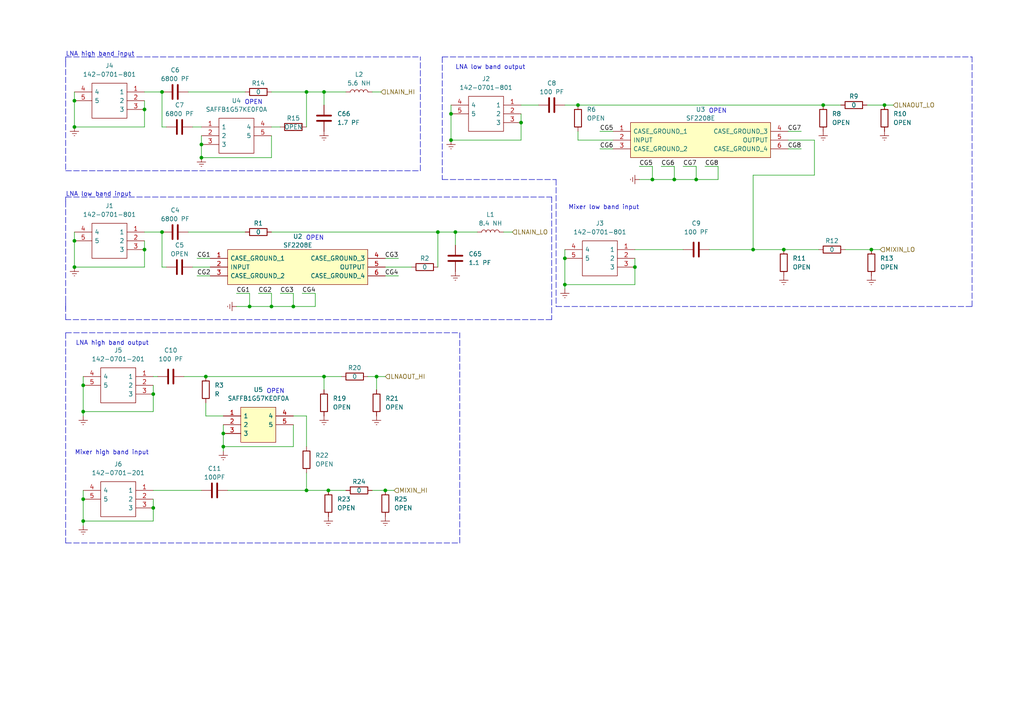
<source format=kicad_sch>
(kicad_sch (version 20211123) (generator eeschema)

  (uuid 144c36f3-f9a2-4177-aac9-6f7fbfb5f68a)

  (paper "A4")

  (title_block
    (company "Tim McEvoy/Virginia Tech")
  )

  (lib_symbols
    (symbol "142-0701-201:142-0701-201" (pin_names (offset 0.762)) (in_bom yes) (on_board yes)
      (property "Reference" "J" (id 0) (at 16.51 7.62 0)
        (effects (font (size 1.27 1.27)) (justify left))
      )
      (property "Value" "142-0701-201" (id 1) (at 16.51 5.08 0)
        (effects (font (size 1.27 1.27)) (justify left))
      )
      (property "Footprint" "1420701201" (id 2) (at 16.51 2.54 0)
        (effects (font (size 1.27 1.27)) (justify left) hide)
      )
      (property "Datasheet" "https://datasheet.datasheetarchive.com/originals/distributors/Datasheets_SAMA/f0edfbb4fd3b9d8af3607c026aa358ce.pdf" (id 3) (at 16.51 0 0)
        (effects (font (size 1.27 1.27)) (justify left) hide)
      )
      (property "Description" "JOHNSON - CINCH CONNECTIVITY - 142-0701-201 - RF COAXIAL, SMA, STRAIGHT JACK, 50OHM" (id 4) (at 16.51 -2.54 0)
        (effects (font (size 1.27 1.27)) (justify left) hide)
      )
      (property "Height" "9.52" (id 5) (at 16.51 -5.08 0)
        (effects (font (size 1.27 1.27)) (justify left) hide)
      )
      (property "Manufacturer_Name" "Cinch Connectivity Solutions" (id 6) (at 16.51 -7.62 0)
        (effects (font (size 1.27 1.27)) (justify left) hide)
      )
      (property "Manufacturer_Part_Number" "142-0701-201" (id 7) (at 16.51 -10.16 0)
        (effects (font (size 1.27 1.27)) (justify left) hide)
      )
      (property "Mouser Part Number" "530-142-0701-201" (id 8) (at 16.51 -12.7 0)
        (effects (font (size 1.27 1.27)) (justify left) hide)
      )
      (property "Mouser Price/Stock" "https://www.mouser.co.uk/ProductDetail/Johnson-Cinch-Connectivity-Solutions/142-0701-201?qs=sh18mOF39qY1deZe7h2WsQ%3D%3D" (id 9) (at 16.51 -15.24 0)
        (effects (font (size 1.27 1.27)) (justify left) hide)
      )
      (property "Arrow Part Number" "142-0701-201" (id 10) (at 16.51 -17.78 0)
        (effects (font (size 1.27 1.27)) (justify left) hide)
      )
      (property "Arrow Price/Stock" "https://www.arrow.com/en/products/142-0701-201/cinch-connectivity-solutions?region=nac" (id 11) (at 16.51 -20.32 0)
        (effects (font (size 1.27 1.27)) (justify left) hide)
      )
      (property "Mouser Testing Part Number" "" (id 12) (at 16.51 -22.86 0)
        (effects (font (size 1.27 1.27)) (justify left) hide)
      )
      (property "Mouser Testing Price/Stock" "" (id 13) (at 16.51 -25.4 0)
        (effects (font (size 1.27 1.27)) (justify left) hide)
      )
      (property "ki_description" "JOHNSON - CINCH CONNECTIVITY - 142-0701-201 - RF COAXIAL, SMA, STRAIGHT JACK, 50OHM" (id 14) (at 0 0 0)
        (effects (font (size 1.27 1.27)) hide)
      )
      (symbol "142-0701-201_0_0"
        (pin passive line (at 0 0 0) (length 5.08)
          (name "1" (effects (font (size 1.27 1.27))))
          (number "1" (effects (font (size 1.27 1.27))))
        )
        (pin passive line (at 0 -2.54 0) (length 5.08)
          (name "2" (effects (font (size 1.27 1.27))))
          (number "2" (effects (font (size 1.27 1.27))))
        )
        (pin passive line (at 0 -5.08 0) (length 5.08)
          (name "3" (effects (font (size 1.27 1.27))))
          (number "3" (effects (font (size 1.27 1.27))))
        )
        (pin passive line (at 20.32 0 180) (length 5.08)
          (name "4" (effects (font (size 1.27 1.27))))
          (number "4" (effects (font (size 1.27 1.27))))
        )
        (pin passive line (at 20.32 -2.54 180) (length 5.08)
          (name "5" (effects (font (size 1.27 1.27))))
          (number "5" (effects (font (size 1.27 1.27))))
        )
      )
      (symbol "142-0701-201_0_1"
        (polyline
          (pts
            (xy 5.08 2.54)
            (xy 15.24 2.54)
            (xy 15.24 -7.62)
            (xy 5.08 -7.62)
            (xy 5.08 2.54)
          )
          (stroke (width 0.1524) (type default) (color 0 0 0 0))
          (fill (type none))
        )
      )
    )
    (symbol "Device:C" (pin_numbers hide) (pin_names (offset 0.254)) (in_bom yes) (on_board yes)
      (property "Reference" "C" (id 0) (at 0.635 2.54 0)
        (effects (font (size 1.27 1.27)) (justify left))
      )
      (property "Value" "C" (id 1) (at 0.635 -2.54 0)
        (effects (font (size 1.27 1.27)) (justify left))
      )
      (property "Footprint" "" (id 2) (at 0.9652 -3.81 0)
        (effects (font (size 1.27 1.27)) hide)
      )
      (property "Datasheet" "~" (id 3) (at 0 0 0)
        (effects (font (size 1.27 1.27)) hide)
      )
      (property "ki_keywords" "cap capacitor" (id 4) (at 0 0 0)
        (effects (font (size 1.27 1.27)) hide)
      )
      (property "ki_description" "Unpolarized capacitor" (id 5) (at 0 0 0)
        (effects (font (size 1.27 1.27)) hide)
      )
      (property "ki_fp_filters" "C_*" (id 6) (at 0 0 0)
        (effects (font (size 1.27 1.27)) hide)
      )
      (symbol "C_0_1"
        (polyline
          (pts
            (xy -2.032 -0.762)
            (xy 2.032 -0.762)
          )
          (stroke (width 0.508) (type default) (color 0 0 0 0))
          (fill (type none))
        )
        (polyline
          (pts
            (xy -2.032 0.762)
            (xy 2.032 0.762)
          )
          (stroke (width 0.508) (type default) (color 0 0 0 0))
          (fill (type none))
        )
      )
      (symbol "C_1_1"
        (pin passive line (at 0 3.81 270) (length 2.794)
          (name "~" (effects (font (size 1.27 1.27))))
          (number "1" (effects (font (size 1.27 1.27))))
        )
        (pin passive line (at 0 -3.81 90) (length 2.794)
          (name "~" (effects (font (size 1.27 1.27))))
          (number "2" (effects (font (size 1.27 1.27))))
        )
      )
    )
    (symbol "Device:L" (pin_numbers hide) (pin_names (offset 1.016) hide) (in_bom yes) (on_board yes)
      (property "Reference" "L" (id 0) (at -1.27 0 90)
        (effects (font (size 1.27 1.27)))
      )
      (property "Value" "L" (id 1) (at 1.905 0 90)
        (effects (font (size 1.27 1.27)))
      )
      (property "Footprint" "" (id 2) (at 0 0 0)
        (effects (font (size 1.27 1.27)) hide)
      )
      (property "Datasheet" "~" (id 3) (at 0 0 0)
        (effects (font (size 1.27 1.27)) hide)
      )
      (property "ki_keywords" "inductor choke coil reactor magnetic" (id 4) (at 0 0 0)
        (effects (font (size 1.27 1.27)) hide)
      )
      (property "ki_description" "Inductor" (id 5) (at 0 0 0)
        (effects (font (size 1.27 1.27)) hide)
      )
      (property "ki_fp_filters" "Choke_* *Coil* Inductor_* L_*" (id 6) (at 0 0 0)
        (effects (font (size 1.27 1.27)) hide)
      )
      (symbol "L_0_1"
        (arc (start 0 -2.54) (mid 0.635 -1.905) (end 0 -1.27)
          (stroke (width 0) (type default) (color 0 0 0 0))
          (fill (type none))
        )
        (arc (start 0 -1.27) (mid 0.635 -0.635) (end 0 0)
          (stroke (width 0) (type default) (color 0 0 0 0))
          (fill (type none))
        )
        (arc (start 0 0) (mid 0.635 0.635) (end 0 1.27)
          (stroke (width 0) (type default) (color 0 0 0 0))
          (fill (type none))
        )
        (arc (start 0 1.27) (mid 0.635 1.905) (end 0 2.54)
          (stroke (width 0) (type default) (color 0 0 0 0))
          (fill (type none))
        )
      )
      (symbol "L_1_1"
        (pin passive line (at 0 3.81 270) (length 1.27)
          (name "1" (effects (font (size 1.27 1.27))))
          (number "1" (effects (font (size 1.27 1.27))))
        )
        (pin passive line (at 0 -3.81 90) (length 1.27)
          (name "2" (effects (font (size 1.27 1.27))))
          (number "2" (effects (font (size 1.27 1.27))))
        )
      )
    )
    (symbol "Device:R" (pin_numbers hide) (pin_names (offset 0)) (in_bom yes) (on_board yes)
      (property "Reference" "R" (id 0) (at 2.032 0 90)
        (effects (font (size 1.27 1.27)))
      )
      (property "Value" "R" (id 1) (at 0 0 90)
        (effects (font (size 1.27 1.27)))
      )
      (property "Footprint" "" (id 2) (at -1.778 0 90)
        (effects (font (size 1.27 1.27)) hide)
      )
      (property "Datasheet" "~" (id 3) (at 0 0 0)
        (effects (font (size 1.27 1.27)) hide)
      )
      (property "ki_keywords" "R res resistor" (id 4) (at 0 0 0)
        (effects (font (size 1.27 1.27)) hide)
      )
      (property "ki_description" "Resistor" (id 5) (at 0 0 0)
        (effects (font (size 1.27 1.27)) hide)
      )
      (property "ki_fp_filters" "R_*" (id 6) (at 0 0 0)
        (effects (font (size 1.27 1.27)) hide)
      )
      (symbol "R_0_1"
        (rectangle (start -1.016 -2.54) (end 1.016 2.54)
          (stroke (width 0.254) (type default) (color 0 0 0 0))
          (fill (type none))
        )
      )
      (symbol "R_1_1"
        (pin passive line (at 0 3.81 270) (length 1.27)
          (name "~" (effects (font (size 1.27 1.27))))
          (number "1" (effects (font (size 1.27 1.27))))
        )
        (pin passive line (at 0 -3.81 90) (length 1.27)
          (name "~" (effects (font (size 1.27 1.27))))
          (number "2" (effects (font (size 1.27 1.27))))
        )
      )
    )
    (symbol "SAFFB1G57KE0F0A:SAFFB1G57KE0F0A" (pin_names (offset 0.762)) (in_bom yes) (on_board yes)
      (property "Reference" "FL" (id 0) (at 16.51 7.62 0)
        (effects (font (size 1.27 1.27)) (justify left))
      )
      (property "Value" "SAFFB1G57KE0F0A" (id 1) (at 16.51 5.08 0)
        (effects (font (size 1.27 1.27)) (justify left))
      )
      (property "Footprint" "SAFFB1G57KE0F0A" (id 2) (at 16.51 2.54 0)
        (effects (font (size 1.27 1.27)) (justify left) hide)
      )
      (property "Datasheet" "https://www.murata.com/products/productdata/8797690691614/DS-SAFFB1G57KE0F0A.pdf?1503459018000" (id 3) (at 16.51 0 0)
        (effects (font (size 1.27 1.27)) (justify left) hide)
      )
      (property "Description" "SAFFB1G57KE0F0A" (id 4) (at 16.51 -2.54 0)
        (effects (font (size 1.27 1.27)) (justify left) hide)
      )
      (property "Height" "0.5" (id 5) (at 16.51 -5.08 0)
        (effects (font (size 1.27 1.27)) (justify left) hide)
      )
      (property "Manufacturer_Name" "Murata Electronics" (id 6) (at 16.51 -7.62 0)
        (effects (font (size 1.27 1.27)) (justify left) hide)
      )
      (property "Manufacturer_Part_Number" "SAFFB1G57KE0F0A" (id 7) (at 16.51 -10.16 0)
        (effects (font (size 1.27 1.27)) (justify left) hide)
      )
      (property "Mouser Part Number" "" (id 8) (at 16.51 -12.7 0)
        (effects (font (size 1.27 1.27)) (justify left) hide)
      )
      (property "Mouser Price/Stock" "" (id 9) (at 16.51 -15.24 0)
        (effects (font (size 1.27 1.27)) (justify left) hide)
      )
      (property "Arrow Part Number" "" (id 10) (at 16.51 -17.78 0)
        (effects (font (size 1.27 1.27)) (justify left) hide)
      )
      (property "Arrow Price/Stock" "" (id 11) (at 16.51 -20.32 0)
        (effects (font (size 1.27 1.27)) (justify left) hide)
      )
      (property "Mouser Testing Part Number" "" (id 12) (at 16.51 -22.86 0)
        (effects (font (size 1.27 1.27)) (justify left) hide)
      )
      (property "Mouser Testing Price/Stock" "" (id 13) (at 16.51 -25.4 0)
        (effects (font (size 1.27 1.27)) (justify left) hide)
      )
      (property "ki_description" "SAFFB1G57KE0F0A" (id 14) (at 0 0 0)
        (effects (font (size 1.27 1.27)) hide)
      )
      (symbol "SAFFB1G57KE0F0A_0_0"
        (pin passive line (at 0 0 0) (length 5.08)
          (name "1" (effects (font (size 1.27 1.27))))
          (number "1" (effects (font (size 1.27 1.27))))
        )
        (pin passive line (at 0 -2.54 0) (length 5.08)
          (name "2" (effects (font (size 1.27 1.27))))
          (number "2" (effects (font (size 1.27 1.27))))
        )
        (pin passive line (at 0 -5.08 0) (length 5.08)
          (name "3" (effects (font (size 1.27 1.27))))
          (number "3" (effects (font (size 1.27 1.27))))
        )
        (pin passive line (at 20.32 0 180) (length 5.08)
          (name "4" (effects (font (size 1.27 1.27))))
          (number "4" (effects (font (size 1.27 1.27))))
        )
        (pin passive line (at 20.32 -2.54 180) (length 5.08)
          (name "5" (effects (font (size 1.27 1.27))))
          (number "5" (effects (font (size 1.27 1.27))))
        )
      )
      (symbol "SAFFB1G57KE0F0A_0_1"
        (polyline
          (pts
            (xy 5.08 2.54)
            (xy 15.24 2.54)
            (xy 15.24 -7.62)
            (xy 5.08 -7.62)
            (xy 5.08 2.54)
          )
          (stroke (width 0.1524) (type default) (color 0 0 0 0))
          (fill (type none))
        )
      )
    )
    (symbol "SAFFB1G57KE0F0A_1" (pin_names (offset 0.762)) (in_bom yes) (on_board yes)
      (property "Reference" "U5" (id 0) (at 10.16 7.62 0)
        (effects (font (size 1.27 1.27)))
      )
      (property "Value" "SAFFB1G57KE0F0A_1" (id 1) (at 10.16 5.08 0)
        (effects (font (size 1.27 1.27)))
      )
      (property "Footprint" "SAFFB1G57KE0F0A" (id 2) (at 16.51 2.54 0)
        (effects (font (size 1.27 1.27)) (justify left) hide)
      )
      (property "Datasheet" "https://www.murata.com/products/productdata/8797690691614/DS-SAFFB1G57KE0F0A.pdf?1503459018000" (id 3) (at 16.51 0 0)
        (effects (font (size 1.27 1.27)) (justify left) hide)
      )
      (property "Description" "SAFFB1G57KE0F0A" (id 4) (at 16.51 -2.54 0)
        (effects (font (size 1.27 1.27)) (justify left) hide)
      )
      (property "Height" "0.5" (id 5) (at 16.51 -5.08 0)
        (effects (font (size 1.27 1.27)) (justify left) hide)
      )
      (property "Manufacturer_Name" "Murata Electronics" (id 6) (at 16.51 -7.62 0)
        (effects (font (size 1.27 1.27)) (justify left) hide)
      )
      (property "Manufacturer_Part_Number" "SAFFB1G57KE0F0A" (id 7) (at 16.51 -10.16 0)
        (effects (font (size 1.27 1.27)) (justify left) hide)
      )
      (property "Mouser Part Number" "" (id 8) (at 16.51 -12.7 0)
        (effects (font (size 1.27 1.27)) (justify left) hide)
      )
      (property "Mouser Price/Stock" "" (id 9) (at 16.51 -15.24 0)
        (effects (font (size 1.27 1.27)) (justify left) hide)
      )
      (property "Arrow Part Number" "" (id 10) (at 16.51 -17.78 0)
        (effects (font (size 1.27 1.27)) (justify left) hide)
      )
      (property "Arrow Price/Stock" "" (id 11) (at 16.51 -20.32 0)
        (effects (font (size 1.27 1.27)) (justify left) hide)
      )
      (property "Mouser Testing Part Number" "" (id 12) (at 16.51 -22.86 0)
        (effects (font (size 1.27 1.27)) (justify left) hide)
      )
      (property "Mouser Testing Price/Stock" "" (id 13) (at 16.51 -25.4 0)
        (effects (font (size 1.27 1.27)) (justify left) hide)
      )
      (property "ki_description" "SAFFB1G57KE0F0A" (id 14) (at 0 0 0)
        (effects (font (size 1.27 1.27)) hide)
      )
      (symbol "SAFFB1G57KE0F0A_1_0_0"
        (pin passive line (at 0 0 0) (length 5.08)
          (name "1" (effects (font (size 1.27 1.27))))
          (number "1" (effects (font (size 1.27 1.27))))
        )
        (pin passive line (at 0 -2.54 0) (length 5.08)
          (name "2" (effects (font (size 1.27 1.27))))
          (number "2" (effects (font (size 1.27 1.27))))
        )
        (pin passive line (at 0 -5.08 0) (length 5.08)
          (name "3" (effects (font (size 1.27 1.27))))
          (number "3" (effects (font (size 1.27 1.27))))
        )
        (pin passive line (at 20.32 0 180) (length 5.08)
          (name "4" (effects (font (size 1.27 1.27))))
          (number "4" (effects (font (size 1.27 1.27))))
        )
        (pin passive line (at 20.32 -2.54 180) (length 5.08)
          (name "5" (effects (font (size 1.27 1.27))))
          (number "5" (effects (font (size 1.27 1.27))))
        )
      )
      (symbol "SAFFB1G57KE0F0A_1_0_1"
        (polyline
          (pts
            (xy 5.08 2.54)
            (xy 15.24 2.54)
            (xy 15.24 -7.62)
            (xy 5.08 -7.62)
            (xy 5.08 2.54)
          )
          (stroke (width 0.1524) (type default) (color 0 0 0 0))
          (fill (type background))
        )
      )
    )
    (symbol "SF2208E:SF2208E" (pin_names (offset 0.762)) (in_bom yes) (on_board yes)
      (property "Reference" "U3" (id 0) (at 25.4 6.35 0)
        (effects (font (size 1.27 1.27)))
      )
      (property "Value" "SF2208E" (id 1) (at 25.4 3.81 0)
        (effects (font (size 1.27 1.27)))
      )
      (property "Footprint" "SF2208E" (id 2) (at 46.99 2.54 0)
        (effects (font (size 1.27 1.27)) (justify left) hide)
      )
      (property "Datasheet" "https://www.murata.com/en-us/search/site/searchresult?intcid5=com_xxx_xxx_cmn_hd_xxx&mss_query=SF2208E" (id 3) (at 46.99 0 0)
        (effects (font (size 1.27 1.27)) (justify left) hide)
      )
      (property "Description" "Signal Conditioning" (id 4) (at 46.99 -2.54 0)
        (effects (font (size 1.27 1.27)) (justify left) hide)
      )
      (property "Height" "1.38" (id 5) (at 46.99 -5.08 0)
        (effects (font (size 1.27 1.27)) (justify left) hide)
      )
      (property "Manufacturer_Name" "Murata Electronics" (id 6) (at 46.99 -7.62 0)
        (effects (font (size 1.27 1.27)) (justify left) hide)
      )
      (property "Manufacturer_Part_Number" "SF2208E" (id 7) (at 46.99 -10.16 0)
        (effects (font (size 1.27 1.27)) (justify left) hide)
      )
      (property "Mouser Part Number" "81-SF2208E" (id 8) (at 46.99 -12.7 0)
        (effects (font (size 1.27 1.27)) (justify left) hide)
      )
      (property "Mouser Price/Stock" "https://www.mouser.co.uk/ProductDetail/Murata-Electronics/SF2208E?qs=qSfuJ%252Bfl%2Fd5ULbOrlSad1g%3D%3D" (id 9) (at 46.99 -15.24 0)
        (effects (font (size 1.27 1.27)) (justify left) hide)
      )
      (property "Arrow Part Number" "" (id 10) (at 46.99 -17.78 0)
        (effects (font (size 1.27 1.27)) (justify left) hide)
      )
      (property "Arrow Price/Stock" "" (id 11) (at 46.99 -20.32 0)
        (effects (font (size 1.27 1.27)) (justify left) hide)
      )
      (property "Mouser Testing Part Number" "" (id 12) (at 46.99 -22.86 0)
        (effects (font (size 1.27 1.27)) (justify left) hide)
      )
      (property "Mouser Testing Price/Stock" "" (id 13) (at 46.99 -25.4 0)
        (effects (font (size 1.27 1.27)) (justify left) hide)
      )
      (property "ki_description" "Signal Conditioning" (id 14) (at 0 0 0)
        (effects (font (size 1.27 1.27)) hide)
      )
      (symbol "SF2208E_0_0"
        (pin passive line (at 0 0 0) (length 5.08)
          (name "CASE_GROUND_1" (effects (font (size 1.27 1.27))))
          (number "1" (effects (font (size 1.27 1.27))))
        )
        (pin passive line (at 0 -2.54 0) (length 5.08)
          (name "INPUT" (effects (font (size 1.27 1.27))))
          (number "2" (effects (font (size 1.27 1.27))))
        )
        (pin passive line (at 0 -5.08 0) (length 5.08)
          (name "CASE_GROUND_2" (effects (font (size 1.27 1.27))))
          (number "3" (effects (font (size 1.27 1.27))))
        )
        (pin passive line (at 50.8 0 180) (length 5.08)
          (name "CASE_GROUND_3" (effects (font (size 1.27 1.27))))
          (number "4" (effects (font (size 1.27 1.27))))
        )
        (pin passive line (at 50.8 -2.54 180) (length 5.08)
          (name "OUTPUT" (effects (font (size 1.27 1.27))))
          (number "5" (effects (font (size 1.27 1.27))))
        )
        (pin passive line (at 50.8 -5.08 180) (length 5.08)
          (name "CASE_GROUND_4" (effects (font (size 1.27 1.27))))
          (number "6" (effects (font (size 1.27 1.27))))
        )
      )
      (symbol "SF2208E_0_1"
        (polyline
          (pts
            (xy 5.08 2.54)
            (xy 45.72 2.54)
            (xy 45.72 -7.62)
            (xy 5.08 -7.62)
            (xy 5.08 2.54)
          )
          (stroke (width 0.1524) (type default) (color 0 0 0 0))
          (fill (type background))
        )
      )
    )
    (symbol "SF2208E_1" (pin_names (offset 0.762)) (in_bom yes) (on_board yes)
      (property "Reference" "U2" (id 0) (at 25.4 6.35 0)
        (effects (font (size 1.27 1.27)))
      )
      (property "Value" "SF2208E_1" (id 1) (at 25.4 3.81 0)
        (effects (font (size 1.27 1.27)))
      )
      (property "Footprint" "SF2208E" (id 2) (at 46.99 2.54 0)
        (effects (font (size 1.27 1.27)) (justify left) hide)
      )
      (property "Datasheet" "https://www.murata.com/en-us/search/site/searchresult?intcid5=com_xxx_xxx_cmn_hd_xxx&mss_query=SF2208E" (id 3) (at 46.99 0 0)
        (effects (font (size 1.27 1.27)) (justify left) hide)
      )
      (property "Description" "Signal Conditioning" (id 4) (at 46.99 -2.54 0)
        (effects (font (size 1.27 1.27)) (justify left) hide)
      )
      (property "Height" "1.38" (id 5) (at 46.99 -5.08 0)
        (effects (font (size 1.27 1.27)) (justify left) hide)
      )
      (property "Manufacturer_Name" "Murata Electronics" (id 6) (at 46.99 -7.62 0)
        (effects (font (size 1.27 1.27)) (justify left) hide)
      )
      (property "Manufacturer_Part_Number" "SF2208E" (id 7) (at 46.99 -10.16 0)
        (effects (font (size 1.27 1.27)) (justify left) hide)
      )
      (property "Mouser Part Number" "81-SF2208E" (id 8) (at 46.99 -12.7 0)
        (effects (font (size 1.27 1.27)) (justify left) hide)
      )
      (property "Mouser Price/Stock" "https://www.mouser.co.uk/ProductDetail/Murata-Electronics/SF2208E?qs=qSfuJ%252Bfl%2Fd5ULbOrlSad1g%3D%3D" (id 9) (at 46.99 -15.24 0)
        (effects (font (size 1.27 1.27)) (justify left) hide)
      )
      (property "Arrow Part Number" "" (id 10) (at 46.99 -17.78 0)
        (effects (font (size 1.27 1.27)) (justify left) hide)
      )
      (property "Arrow Price/Stock" "" (id 11) (at 46.99 -20.32 0)
        (effects (font (size 1.27 1.27)) (justify left) hide)
      )
      (property "Mouser Testing Part Number" "" (id 12) (at 46.99 -22.86 0)
        (effects (font (size 1.27 1.27)) (justify left) hide)
      )
      (property "Mouser Testing Price/Stock" "" (id 13) (at 46.99 -25.4 0)
        (effects (font (size 1.27 1.27)) (justify left) hide)
      )
      (property "ki_description" "Signal Conditioning" (id 14) (at 0 0 0)
        (effects (font (size 1.27 1.27)) hide)
      )
      (symbol "SF2208E_1_0_0"
        (pin passive line (at 0 0 0) (length 5.08)
          (name "CASE_GROUND_1" (effects (font (size 1.27 1.27))))
          (number "1" (effects (font (size 1.27 1.27))))
        )
        (pin passive line (at 0 -2.54 0) (length 5.08)
          (name "INPUT" (effects (font (size 1.27 1.27))))
          (number "2" (effects (font (size 1.27 1.27))))
        )
        (pin passive line (at 0 -5.08 0) (length 5.08)
          (name "CASE_GROUND_2" (effects (font (size 1.27 1.27))))
          (number "3" (effects (font (size 1.27 1.27))))
        )
        (pin passive line (at 50.8 0 180) (length 5.08)
          (name "CASE_GROUND_3" (effects (font (size 1.27 1.27))))
          (number "4" (effects (font (size 1.27 1.27))))
        )
        (pin passive line (at 50.8 -2.54 180) (length 5.08)
          (name "OUTPUT" (effects (font (size 1.27 1.27))))
          (number "5" (effects (font (size 1.27 1.27))))
        )
        (pin passive line (at 50.8 -5.08 180) (length 5.08)
          (name "CASE_GROUND_4" (effects (font (size 1.27 1.27))))
          (number "6" (effects (font (size 1.27 1.27))))
        )
      )
      (symbol "SF2208E_1_0_1"
        (polyline
          (pts
            (xy 5.08 2.54)
            (xy 45.72 2.54)
            (xy 45.72 -7.62)
            (xy 5.08 -7.62)
            (xy 5.08 2.54)
          )
          (stroke (width 0.1524) (type default) (color 0 0 0 0))
          (fill (type background))
        )
      )
    )
    (symbol "power:Earth" (power) (pin_names (offset 0)) (in_bom yes) (on_board yes)
      (property "Reference" "#PWR" (id 0) (at 0 -6.35 0)
        (effects (font (size 1.27 1.27)) hide)
      )
      (property "Value" "Earth" (id 1) (at 0 -3.81 0)
        (effects (font (size 1.27 1.27)) hide)
      )
      (property "Footprint" "" (id 2) (at 0 0 0)
        (effects (font (size 1.27 1.27)) hide)
      )
      (property "Datasheet" "~" (id 3) (at 0 0 0)
        (effects (font (size 1.27 1.27)) hide)
      )
      (property "ki_keywords" "power-flag ground gnd" (id 4) (at 0 0 0)
        (effects (font (size 1.27 1.27)) hide)
      )
      (property "ki_description" "Power symbol creates a global label with name \"Earth\"" (id 5) (at 0 0 0)
        (effects (font (size 1.27 1.27)) hide)
      )
      (symbol "Earth_0_1"
        (polyline
          (pts
            (xy -0.635 -1.905)
            (xy 0.635 -1.905)
          )
          (stroke (width 0) (type default) (color 0 0 0 0))
          (fill (type none))
        )
        (polyline
          (pts
            (xy -0.127 -2.54)
            (xy 0.127 -2.54)
          )
          (stroke (width 0) (type default) (color 0 0 0 0))
          (fill (type none))
        )
        (polyline
          (pts
            (xy 0 -1.27)
            (xy 0 0)
          )
          (stroke (width 0) (type default) (color 0 0 0 0))
          (fill (type none))
        )
        (polyline
          (pts
            (xy 1.27 -1.27)
            (xy -1.27 -1.27)
          )
          (stroke (width 0) (type default) (color 0 0 0 0))
          (fill (type none))
        )
      )
      (symbol "Earth_1_1"
        (pin power_in line (at 0 0 270) (length 0) hide
          (name "Earth" (effects (font (size 1.27 1.27))))
          (number "1" (effects (font (size 1.27 1.27))))
        )
      )
    )
  )

  (junction (at 256.54 30.48) (diameter 0) (color 0 0 0 0)
    (uuid 0201db32-b499-44c5-b244-0c1b3d87d39d)
  )
  (junction (at 195.58 52.07) (diameter 0) (color 0 0 0 0)
    (uuid 037d8440-c551-4c7c-a862-232080f339ce)
  )
  (junction (at 95.25 142.24) (diameter 0) (color 0 0 0 0)
    (uuid 09f9387e-0240-450d-850c-892130303eff)
  )
  (junction (at 127 67.31) (diameter 0) (color 0 0 0 0)
    (uuid 121a0e6b-6737-476f-b245-6a55bb1b2090)
  )
  (junction (at 132.08 67.31) (diameter 0) (color 0 0 0 0)
    (uuid 13c90800-ab0b-41ff-b03f-78cb55b6b783)
  )
  (junction (at 24.13 144.78) (diameter 0) (color 0 0 0 0)
    (uuid 1cb82ed4-5b9f-44ed-b72b-17394f55345c)
  )
  (junction (at 64.77 129.54) (diameter 0) (color 0 0 0 0)
    (uuid 1dddf6b2-d516-47d1-af5c-972c792ec534)
  )
  (junction (at 252.73 72.39) (diameter 0) (color 0 0 0 0)
    (uuid 2cc0f1f5-2969-4e4e-bcab-1ce72e4c7c84)
  )
  (junction (at 41.91 72.39) (diameter 0) (color 0 0 0 0)
    (uuid 325de866-9266-447d-8561-190feddc82e2)
  )
  (junction (at 238.76 30.48) (diameter 0) (color 0 0 0 0)
    (uuid 37853c7f-cf23-438e-b9bd-8957beb962b7)
  )
  (junction (at 111.76 142.24) (diameter 0) (color 0 0 0 0)
    (uuid 388b2032-877d-40f5-ba90-22c9964db0ac)
  )
  (junction (at 163.83 74.93) (diameter 0) (color 0 0 0 0)
    (uuid 41cea334-c405-46b1-b1e6-733a7c97bc7e)
  )
  (junction (at 163.83 82.55) (diameter 0) (color 0 0 0 0)
    (uuid 47720d04-ec43-4500-be0f-92fd4dab094d)
  )
  (junction (at 184.15 77.47) (diameter 0) (color 0 0 0 0)
    (uuid 495d4459-6c9d-45fe-8252-e38109eb2002)
  )
  (junction (at 46.99 67.31) (diameter 0) (color 0 0 0 0)
    (uuid 4980f7b1-60ff-409c-97b8-8dfa149e85a9)
  )
  (junction (at 85.09 88.9) (diameter 0) (color 0 0 0 0)
    (uuid 4bc6e800-d2c6-4f07-959a-18e4fea8f1bd)
  )
  (junction (at 21.59 29.21) (diameter 0) (color 0 0 0 0)
    (uuid 4d06787e-57c7-45c9-b3b8-76a42245373b)
  )
  (junction (at 21.59 77.47) (diameter 0) (color 0 0 0 0)
    (uuid 54b2364b-0b76-4870-8ef4-89511acd65c9)
  )
  (junction (at 167.64 30.48) (diameter 0) (color 0 0 0 0)
    (uuid 5bc3cb3c-e929-4b83-8a11-e6124dadef3b)
  )
  (junction (at 24.13 151.13) (diameter 0) (color 0 0 0 0)
    (uuid 6598bd2c-f199-438f-b18a-91f61a036784)
  )
  (junction (at 189.23 52.07) (diameter 0) (color 0 0 0 0)
    (uuid 72376026-8532-409d-87df-7b4523d3bd85)
  )
  (junction (at 72.39 88.9) (diameter 0) (color 0 0 0 0)
    (uuid 7c5e7249-4240-40d4-a558-2b62471d4bef)
  )
  (junction (at 21.59 69.85) (diameter 0) (color 0 0 0 0)
    (uuid 7ff3db7e-ab35-4444-a3c5-8493e75558d0)
  )
  (junction (at 88.9 26.67) (diameter 0) (color 0 0 0 0)
    (uuid 826f9ae9-6051-4592-b85a-6f8bf05ce20f)
  )
  (junction (at 24.13 111.76) (diameter 0) (color 0 0 0 0)
    (uuid 84a28181-a7d8-45d4-b1cd-cc643296c67b)
  )
  (junction (at 151.13 35.56) (diameter 0) (color 0 0 0 0)
    (uuid 8725e499-c93a-4971-a2d1-a0cd8a22a2f8)
  )
  (junction (at 21.59 36.83) (diameter 0) (color 0 0 0 0)
    (uuid 8d41eb73-3df6-4854-a3d8-b0267742c7dd)
  )
  (junction (at 218.44 72.39) (diameter 0) (color 0 0 0 0)
    (uuid 91d079d6-d506-4d35-8a23-d55501593508)
  )
  (junction (at 24.13 119.38) (diameter 0) (color 0 0 0 0)
    (uuid 9e197742-80a9-45cc-8743-7910fb3291c5)
  )
  (junction (at 78.74 88.9) (diameter 0) (color 0 0 0 0)
    (uuid a2fd3772-bf24-4e0c-b9d0-f50ae889bb2b)
  )
  (junction (at 201.93 52.07) (diameter 0) (color 0 0 0 0)
    (uuid ab8aeb17-39bd-4c88-84c9-0210b7b8b9db)
  )
  (junction (at 130.81 33.02) (diameter 0) (color 0 0 0 0)
    (uuid b7ae4ddc-db69-4bb9-bfa1-9b820f86a0b6)
  )
  (junction (at 130.81 40.64) (diameter 0) (color 0 0 0 0)
    (uuid b8cc3cc3-febf-4978-a999-9da30ff249f5)
  )
  (junction (at 44.45 147.32) (diameter 0) (color 0 0 0 0)
    (uuid b9d9819d-3bc6-4c23-8dc9-d1c9da53518a)
  )
  (junction (at 46.99 26.67) (diameter 0) (color 0 0 0 0)
    (uuid ba566f8f-5337-41fc-b59a-3b063f889c2a)
  )
  (junction (at 93.98 26.67) (diameter 0) (color 0 0 0 0)
    (uuid bc272672-5c26-4e81-8541-7ab09fd45182)
  )
  (junction (at 109.22 109.22) (diameter 0) (color 0 0 0 0)
    (uuid ca943bd8-8e93-4ce3-9c0f-354eca2da3ca)
  )
  (junction (at 93.98 109.22) (diameter 0) (color 0 0 0 0)
    (uuid d402b0ff-3b6b-4d07-8341-3462bc38e89b)
  )
  (junction (at 64.77 125.73) (diameter 0) (color 0 0 0 0)
    (uuid d96b1e24-d6c8-49c8-b1b1-81fd6a3d8bf9)
  )
  (junction (at 44.45 114.3) (diameter 0) (color 0 0 0 0)
    (uuid e0f0622d-f65f-447b-a411-2493d2843925)
  )
  (junction (at 41.91 31.75) (diameter 0) (color 0 0 0 0)
    (uuid e67d825f-1d51-4dc1-a30a-ee48ee29a3b3)
  )
  (junction (at 88.9 142.24) (diameter 0) (color 0 0 0 0)
    (uuid ed0546dd-1292-409d-8c02-b2dcf955c20b)
  )
  (junction (at 227.33 72.39) (diameter 0) (color 0 0 0 0)
    (uuid f1fd80fc-8a88-4a91-a540-24bdd56b26a2)
  )
  (junction (at 58.42 41.91) (diameter 0) (color 0 0 0 0)
    (uuid f434767a-3ee6-41a3-a950-6f447ae3e44e)
  )
  (junction (at 58.42 45.72) (diameter 0) (color 0 0 0 0)
    (uuid f72568f8-0cce-4fa3-80d8-3b2054ef071d)
  )
  (junction (at 59.69 109.22) (diameter 0) (color 0 0 0 0)
    (uuid fd53b665-ae10-445f-a7eb-10a6ae9696df)
  )

  (wire (pts (xy 24.13 151.13) (xy 24.13 152.4))
    (stroke (width 0) (type default) (color 0 0 0 0))
    (uuid 0096582f-4b71-49c6-bf8b-e383c04103bf)
  )
  (wire (pts (xy 236.22 40.64) (xy 236.22 50.8))
    (stroke (width 0) (type default) (color 0 0 0 0))
    (uuid 0154eea8-325c-4f1b-a17d-dea5aabb0b34)
  )
  (wire (pts (xy 41.91 36.83) (xy 21.59 36.83))
    (stroke (width 0) (type default) (color 0 0 0 0))
    (uuid 020f061a-e30a-4267-a20b-a40a56cda12e)
  )
  (wire (pts (xy 88.9 36.83) (xy 88.9 26.67))
    (stroke (width 0) (type default) (color 0 0 0 0))
    (uuid 02eee2fa-8671-44db-abfe-c5e8438da531)
  )
  (wire (pts (xy 227.33 72.39) (xy 237.49 72.39))
    (stroke (width 0) (type default) (color 0 0 0 0))
    (uuid 043c3ac2-a5b5-49e2-b81e-d27c52b4f4f0)
  )
  (wire (pts (xy 21.59 67.31) (xy 21.59 69.85))
    (stroke (width 0) (type default) (color 0 0 0 0))
    (uuid 0557ed91-0486-4108-a2f4-cd9701315e04)
  )
  (wire (pts (xy 151.13 35.56) (xy 151.13 40.64))
    (stroke (width 0) (type default) (color 0 0 0 0))
    (uuid 05b143be-df6a-48ae-b379-fc04b04b3c14)
  )
  (wire (pts (xy 107.95 26.67) (xy 110.49 26.67))
    (stroke (width 0) (type default) (color 0 0 0 0))
    (uuid 070d2ffc-1b8e-4aae-a0d5-2b0f3c490f88)
  )
  (polyline (pts (xy 19.05 17.78) (xy 19.05 49.53))
    (stroke (width 0) (type default) (color 0 0 0 0))
    (uuid 09187006-c788-4395-9814-aed25f0c3fa1)
  )

  (wire (pts (xy 93.98 109.22) (xy 93.98 113.03))
    (stroke (width 0) (type default) (color 0 0 0 0))
    (uuid 09436990-302e-44b4-8272-43f0cfa73f3d)
  )
  (wire (pts (xy 44.45 109.22) (xy 45.72 109.22))
    (stroke (width 0) (type default) (color 0 0 0 0))
    (uuid 095665a8-dda6-4497-9950-419fa0bd206f)
  )
  (wire (pts (xy 21.59 36.83) (xy 21.59 29.21))
    (stroke (width 0) (type default) (color 0 0 0 0))
    (uuid 0cc8c4f2-47ef-4f9d-9af4-0170b8d8abfc)
  )
  (wire (pts (xy 163.83 72.39) (xy 163.83 74.93))
    (stroke (width 0) (type default) (color 0 0 0 0))
    (uuid 0d693eae-2d9b-47cb-8552-d0b68eed4f1c)
  )
  (wire (pts (xy 78.74 45.72) (xy 58.42 45.72))
    (stroke (width 0) (type default) (color 0 0 0 0))
    (uuid 0e048d8c-6db5-4797-b115-906814da0a68)
  )
  (wire (pts (xy 106.68 109.22) (xy 109.22 109.22))
    (stroke (width 0) (type default) (color 0 0 0 0))
    (uuid 135c32e4-daf0-46ed-96af-86dfb653702d)
  )
  (wire (pts (xy 46.99 77.47) (xy 48.26 77.47))
    (stroke (width 0) (type default) (color 0 0 0 0))
    (uuid 154f8044-2432-4c89-8ef8-88677e2b9ee5)
  )
  (wire (pts (xy 88.9 120.65) (xy 88.9 129.54))
    (stroke (width 0) (type default) (color 0 0 0 0))
    (uuid 16b12ea7-aa87-4a39-b05d-ee09336104a9)
  )
  (wire (pts (xy 185.42 48.26) (xy 189.23 48.26))
    (stroke (width 0) (type default) (color 0 0 0 0))
    (uuid 17c178fc-31c3-4209-9915-ebe5efa32426)
  )
  (wire (pts (xy 236.22 50.8) (xy 218.44 50.8))
    (stroke (width 0) (type default) (color 0 0 0 0))
    (uuid 191869cd-3a85-47f1-90b3-cfd672a809e9)
  )
  (wire (pts (xy 184.15 74.93) (xy 184.15 77.47))
    (stroke (width 0) (type default) (color 0 0 0 0))
    (uuid 21fcc72b-0211-4a9c-a7f4-51e2fe8b09ef)
  )
  (wire (pts (xy 91.44 85.09) (xy 91.44 88.9))
    (stroke (width 0) (type default) (color 0 0 0 0))
    (uuid 24f527b4-6112-456a-ae51-08c1c60d18f1)
  )
  (wire (pts (xy 252.73 72.39) (xy 255.27 72.39))
    (stroke (width 0) (type default) (color 0 0 0 0))
    (uuid 251e7b86-ba83-4da1-b325-498569b288c5)
  )
  (polyline (pts (xy 19.05 58.42) (xy 19.05 90.17))
    (stroke (width 0) (type default) (color 0 0 0 0))
    (uuid 25932271-53ce-429f-9b51-514cf8e09570)
  )

  (wire (pts (xy 146.05 67.31) (xy 148.59 67.31))
    (stroke (width 0) (type default) (color 0 0 0 0))
    (uuid 2695e25e-2c74-432e-83f1-686a93b8c0a5)
  )
  (wire (pts (xy 74.93 85.09) (xy 78.74 85.09))
    (stroke (width 0) (type default) (color 0 0 0 0))
    (uuid 274665e2-83a3-4e96-9b06-5bcf8f62cfaf)
  )
  (wire (pts (xy 55.88 77.47) (xy 60.96 77.47))
    (stroke (width 0) (type default) (color 0 0 0 0))
    (uuid 279b59b4-ed6a-4c28-9954-790439ad00f0)
  )
  (wire (pts (xy 64.77 129.54) (xy 64.77 130.81))
    (stroke (width 0) (type default) (color 0 0 0 0))
    (uuid 32dc0ba6-a0b0-4fe9-839f-390b79c4f73e)
  )
  (wire (pts (xy 72.39 85.09) (xy 72.39 88.9))
    (stroke (width 0) (type default) (color 0 0 0 0))
    (uuid 3331856d-0b12-41d0-a5f4-ccd306544d8f)
  )
  (wire (pts (xy 88.9 26.67) (xy 78.74 26.67))
    (stroke (width 0) (type default) (color 0 0 0 0))
    (uuid 34a966e7-d104-4e09-8c40-3231356dd9a0)
  )
  (wire (pts (xy 54.61 67.31) (xy 71.12 67.31))
    (stroke (width 0) (type default) (color 0 0 0 0))
    (uuid 35b59d26-5481-4b97-831d-a36b04f0e3d7)
  )
  (wire (pts (xy 208.28 48.26) (xy 208.28 52.07))
    (stroke (width 0) (type default) (color 0 0 0 0))
    (uuid 36343b23-6577-4cc3-95c2-a2a14c4b4278)
  )
  (wire (pts (xy 46.99 67.31) (xy 46.99 77.47))
    (stroke (width 0) (type default) (color 0 0 0 0))
    (uuid 36ace7bf-fe58-4408-94c0-b99742844941)
  )
  (wire (pts (xy 130.81 30.48) (xy 130.81 33.02))
    (stroke (width 0) (type default) (color 0 0 0 0))
    (uuid 36da809c-5f2d-4188-aba7-deb03e724bf8)
  )
  (wire (pts (xy 91.44 88.9) (xy 85.09 88.9))
    (stroke (width 0) (type default) (color 0 0 0 0))
    (uuid 3716553c-6730-44f2-addc-7f95320fb14c)
  )
  (polyline (pts (xy 281.94 88.9) (xy 281.94 16.51))
    (stroke (width 0) (type default) (color 0 0 0 0))
    (uuid 3771502c-c05a-452f-ae29-f9f9830801a1)
  )

  (wire (pts (xy 59.69 120.65) (xy 59.69 116.84))
    (stroke (width 0) (type default) (color 0 0 0 0))
    (uuid 37b7fa94-a38b-4b28-9ba8-1b693e4b9f34)
  )
  (wire (pts (xy 85.09 85.09) (xy 85.09 88.9))
    (stroke (width 0) (type default) (color 0 0 0 0))
    (uuid 38da8e68-3517-4d17-a7fb-e921bda53175)
  )
  (wire (pts (xy 95.25 142.24) (xy 100.33 142.24))
    (stroke (width 0) (type default) (color 0 0 0 0))
    (uuid 39cfc472-b050-4ba5-96b9-ba64622b0e59)
  )
  (wire (pts (xy 41.91 29.21) (xy 41.91 31.75))
    (stroke (width 0) (type default) (color 0 0 0 0))
    (uuid 3b2d4dfa-0228-4328-99d6-3ecf2bc83379)
  )
  (wire (pts (xy 85.09 123.19) (xy 85.09 129.54))
    (stroke (width 0) (type default) (color 0 0 0 0))
    (uuid 3bcf5dd8-68f8-4588-9c99-11171d6950b4)
  )
  (wire (pts (xy 81.28 85.09) (xy 85.09 85.09))
    (stroke (width 0) (type default) (color 0 0 0 0))
    (uuid 406a2a9f-65be-4b22-a904-6861fbc3d97e)
  )
  (wire (pts (xy 167.64 30.48) (xy 238.76 30.48))
    (stroke (width 0) (type default) (color 0 0 0 0))
    (uuid 406d7b60-f9a8-4eb5-88b6-b1971bbccc3d)
  )
  (wire (pts (xy 24.13 119.38) (xy 24.13 111.76))
    (stroke (width 0) (type default) (color 0 0 0 0))
    (uuid 40a84ef3-815b-480c-815e-a4d4f2279afc)
  )
  (wire (pts (xy 151.13 33.02) (xy 151.13 35.56))
    (stroke (width 0) (type default) (color 0 0 0 0))
    (uuid 4e05d072-b0e0-4411-a196-41adc615a933)
  )
  (wire (pts (xy 24.13 151.13) (xy 24.13 144.78))
    (stroke (width 0) (type default) (color 0 0 0 0))
    (uuid 4fcf1159-d7c6-47a5-bb07-86eba3349f11)
  )
  (wire (pts (xy 218.44 50.8) (xy 218.44 72.39))
    (stroke (width 0) (type default) (color 0 0 0 0))
    (uuid 4fd5c61a-dd36-4b53-a6fe-4d4b80e63e84)
  )
  (wire (pts (xy 58.42 45.72) (xy 58.42 41.91))
    (stroke (width 0) (type default) (color 0 0 0 0))
    (uuid 515295e3-90f5-4469-acd2-179fca2ec412)
  )
  (wire (pts (xy 53.34 109.22) (xy 59.69 109.22))
    (stroke (width 0) (type default) (color 0 0 0 0))
    (uuid 5221da28-39d5-4336-8272-ac2f4f72d569)
  )
  (wire (pts (xy 78.74 85.09) (xy 78.74 88.9))
    (stroke (width 0) (type default) (color 0 0 0 0))
    (uuid 5234e982-00a4-4e6f-af86-2f2bd8b31b31)
  )
  (wire (pts (xy 44.45 144.78) (xy 44.45 147.32))
    (stroke (width 0) (type default) (color 0 0 0 0))
    (uuid 5525016a-c305-491e-b85f-0d70d620d6c0)
  )
  (wire (pts (xy 44.45 119.38) (xy 24.13 119.38))
    (stroke (width 0) (type default) (color 0 0 0 0))
    (uuid 5596acf3-217f-45e4-aa76-c9e4adeb59cc)
  )
  (polyline (pts (xy 19.05 57.15) (xy 121.92 57.15))
    (stroke (width 0) (type default) (color 0 0 0 0))
    (uuid 55e28723-5d42-4543-a577-420d70296cb9)
  )

  (wire (pts (xy 163.83 74.93) (xy 163.83 82.55))
    (stroke (width 0) (type default) (color 0 0 0 0))
    (uuid 55f1a34c-f176-4cee-8082-fe0fa60799fe)
  )
  (wire (pts (xy 88.9 142.24) (xy 95.25 142.24))
    (stroke (width 0) (type default) (color 0 0 0 0))
    (uuid 56aacb42-dd4f-4d24-a5ab-6b234d9c1dc6)
  )
  (wire (pts (xy 184.15 72.39) (xy 198.12 72.39))
    (stroke (width 0) (type default) (color 0 0 0 0))
    (uuid 584e15c4-b1c9-429d-aad7-1454427c8880)
  )
  (wire (pts (xy 167.64 40.64) (xy 177.8 40.64))
    (stroke (width 0) (type default) (color 0 0 0 0))
    (uuid 5a38bedc-c6f8-4c71-b7e6-cc3e30039647)
  )
  (wire (pts (xy 208.28 52.07) (xy 201.93 52.07))
    (stroke (width 0) (type default) (color 0 0 0 0))
    (uuid 5b797092-8e95-4d48-b942-b291e9d17ee8)
  )
  (polyline (pts (xy 133.35 157.48) (xy 133.35 96.52))
    (stroke (width 0) (type default) (color 0 0 0 0))
    (uuid 5ce9ba3a-f4fb-4b9a-b7af-cbfad82946a0)
  )

  (wire (pts (xy 201.93 48.26) (xy 201.93 52.07))
    (stroke (width 0) (type default) (color 0 0 0 0))
    (uuid 5e9709f3-45ea-42ef-8674-bcd3bacd9eab)
  )
  (wire (pts (xy 57.15 80.01) (xy 60.96 80.01))
    (stroke (width 0) (type default) (color 0 0 0 0))
    (uuid 5edfa50e-ecc2-4510-b07e-59ce2a2daf28)
  )
  (wire (pts (xy 198.12 48.26) (xy 201.93 48.26))
    (stroke (width 0) (type default) (color 0 0 0 0))
    (uuid 5ef571ec-0212-461b-9fea-d84c0964bf41)
  )
  (polyline (pts (xy 19.05 96.52) (xy 19.05 157.48))
    (stroke (width 0) (type default) (color 0 0 0 0))
    (uuid 62f07270-0208-46f0-8953-23c94ad16b2d)
  )

  (wire (pts (xy 21.59 77.47) (xy 21.59 69.85))
    (stroke (width 0) (type default) (color 0 0 0 0))
    (uuid 66423c5a-57ab-4354-b4b1-664973408bb2)
  )
  (wire (pts (xy 107.95 142.24) (xy 111.76 142.24))
    (stroke (width 0) (type default) (color 0 0 0 0))
    (uuid 6796af4f-b431-4c92-bba0-e46b9480811b)
  )
  (wire (pts (xy 41.91 69.85) (xy 41.91 72.39))
    (stroke (width 0) (type default) (color 0 0 0 0))
    (uuid 6899df13-5728-44c7-88ae-9b3b5b86582b)
  )
  (wire (pts (xy 189.23 48.26) (xy 189.23 52.07))
    (stroke (width 0) (type default) (color 0 0 0 0))
    (uuid 6a5cdb29-2d68-4006-83df-82734b32f81e)
  )
  (wire (pts (xy 68.58 85.09) (xy 72.39 85.09))
    (stroke (width 0) (type default) (color 0 0 0 0))
    (uuid 6a8300d5-cdfc-4514-add4-eae95ccd3320)
  )
  (wire (pts (xy 44.45 142.24) (xy 58.42 142.24))
    (stroke (width 0) (type default) (color 0 0 0 0))
    (uuid 6b6fb79d-d166-489c-a0f3-82496592fb3a)
  )
  (wire (pts (xy 44.45 111.76) (xy 44.45 114.3))
    (stroke (width 0) (type default) (color 0 0 0 0))
    (uuid 6b7052d1-fd51-434a-838c-7ae6bb317334)
  )
  (wire (pts (xy 151.13 40.64) (xy 130.81 40.64))
    (stroke (width 0) (type default) (color 0 0 0 0))
    (uuid 72b7d035-b6d2-477f-bca6-eb366668b1dc)
  )
  (wire (pts (xy 46.99 36.83) (xy 48.26 36.83))
    (stroke (width 0) (type default) (color 0 0 0 0))
    (uuid 73fd46d9-9abb-4f70-acc1-f30ac2d0ba21)
  )
  (wire (pts (xy 54.61 26.67) (xy 71.12 26.67))
    (stroke (width 0) (type default) (color 0 0 0 0))
    (uuid 74778e14-361b-4992-898d-f4e62fb06fb6)
  )
  (polyline (pts (xy 19.05 16.51) (xy 19.05 17.78))
    (stroke (width 0) (type default) (color 0 0 0 0))
    (uuid 74913a81-64f5-436c-8b02-4288f471127f)
  )

  (wire (pts (xy 46.99 26.67) (xy 46.99 36.83))
    (stroke (width 0) (type default) (color 0 0 0 0))
    (uuid 754cecb3-10fe-40bd-9980-46c4e86096c7)
  )
  (wire (pts (xy 245.11 72.39) (xy 252.73 72.39))
    (stroke (width 0) (type default) (color 0 0 0 0))
    (uuid 77754d97-7909-4645-b9a7-183758e7a5ed)
  )
  (wire (pts (xy 201.93 52.07) (xy 195.58 52.07))
    (stroke (width 0) (type default) (color 0 0 0 0))
    (uuid 79999037-715b-4852-afdb-20223767677a)
  )
  (wire (pts (xy 130.81 40.64) (xy 130.81 33.02))
    (stroke (width 0) (type default) (color 0 0 0 0))
    (uuid 79ca6b60-63b9-4be9-9da0-0db7e1585a4c)
  )
  (wire (pts (xy 41.91 31.75) (xy 41.91 36.83))
    (stroke (width 0) (type default) (color 0 0 0 0))
    (uuid 7a5d0858-554b-4c54-9d8b-de428e6a7419)
  )
  (wire (pts (xy 243.84 30.48) (xy 238.76 30.48))
    (stroke (width 0) (type default) (color 0 0 0 0))
    (uuid 7d1a351c-33f9-4c14-bd2f-e37dcd514d83)
  )
  (polyline (pts (xy 19.05 96.52) (xy 133.35 96.52))
    (stroke (width 0) (type default) (color 0 0 0 0))
    (uuid 7df45c80-c402-4011-97a6-18181fe04dbb)
  )

  (wire (pts (xy 109.22 109.22) (xy 109.22 113.03))
    (stroke (width 0) (type default) (color 0 0 0 0))
    (uuid 8284320d-3596-47fd-ba75-dc5373f90dfc)
  )
  (wire (pts (xy 127 77.47) (xy 127 67.31))
    (stroke (width 0) (type default) (color 0 0 0 0))
    (uuid 83fe3599-0aa9-4d41-92d1-ec5b9a15b635)
  )
  (polyline (pts (xy 121.92 49.53) (xy 121.92 16.51))
    (stroke (width 0) (type default) (color 0 0 0 0))
    (uuid 897301fe-edae-4b13-a6e7-25ce6cf92195)
  )
  (polyline (pts (xy 19.05 49.53) (xy 121.92 49.53))
    (stroke (width 0) (type default) (color 0 0 0 0))
    (uuid 8a777029-f47c-40d9-80ab-984ff3ba54d7)
  )

  (wire (pts (xy 85.09 129.54) (xy 64.77 129.54))
    (stroke (width 0) (type default) (color 0 0 0 0))
    (uuid 8d7f8e56-a164-42f0-83d5-24b3d11cd4c9)
  )
  (polyline (pts (xy 161.29 88.9) (xy 281.94 88.9))
    (stroke (width 0) (type default) (color 0 0 0 0))
    (uuid 91b280b4-c5ef-4e9d-b9cb-9ddba95be95d)
  )

  (wire (pts (xy 57.15 74.93) (xy 60.96 74.93))
    (stroke (width 0) (type default) (color 0 0 0 0))
    (uuid 9226007c-367b-4b35-9794-7c96fc92e440)
  )
  (wire (pts (xy 167.64 38.1) (xy 167.64 40.64))
    (stroke (width 0) (type default) (color 0 0 0 0))
    (uuid 92436940-98b9-47b0-b524-630326075626)
  )
  (polyline (pts (xy 160.02 57.15) (xy 160.02 92.71))
    (stroke (width 0) (type default) (color 0 0 0 0))
    (uuid 940a00c8-dc9e-45dc-9b81-189fe851f5ba)
  )

  (wire (pts (xy 184.15 82.55) (xy 184.15 77.47))
    (stroke (width 0) (type default) (color 0 0 0 0))
    (uuid 95c134f3-a00a-47a0-a809-f273ee7579ee)
  )
  (wire (pts (xy 232.41 43.18) (xy 228.6 43.18))
    (stroke (width 0) (type default) (color 0 0 0 0))
    (uuid 9932da8d-c80c-4fef-9d1b-be0f55a6cc01)
  )
  (wire (pts (xy 93.98 26.67) (xy 93.98 30.48))
    (stroke (width 0) (type default) (color 0 0 0 0))
    (uuid 9bcf788f-8c91-4468-b945-e83902b396d7)
  )
  (wire (pts (xy 88.9 26.67) (xy 93.98 26.67))
    (stroke (width 0) (type default) (color 0 0 0 0))
    (uuid 9dd31042-3a1f-455f-982f-d79fd0db6b2b)
  )
  (wire (pts (xy 93.98 26.67) (xy 100.33 26.67))
    (stroke (width 0) (type default) (color 0 0 0 0))
    (uuid a1055de8-978f-47b8-ba75-c35fedc59e70)
  )
  (polyline (pts (xy 128.27 16.51) (xy 281.94 16.51))
    (stroke (width 0) (type default) (color 0 0 0 0))
    (uuid a3e357c2-264b-4bc4-8f06-01ad7f9f7d8d)
  )

  (wire (pts (xy 55.88 36.83) (xy 58.42 36.83))
    (stroke (width 0) (type default) (color 0 0 0 0))
    (uuid a3fddfac-17d1-493c-8abd-d6ae171c399d)
  )
  (polyline (pts (xy 19.05 57.15) (xy 19.05 58.42))
    (stroke (width 0) (type default) (color 0 0 0 0))
    (uuid a43b530b-495d-48dc-9f33-a6183207aa7f)
  )

  (wire (pts (xy 218.44 72.39) (xy 227.33 72.39))
    (stroke (width 0) (type default) (color 0 0 0 0))
    (uuid a5090f69-d70c-4cb2-9040-2402cbc19548)
  )
  (wire (pts (xy 58.42 39.37) (xy 58.42 41.91))
    (stroke (width 0) (type default) (color 0 0 0 0))
    (uuid a7349d93-35f3-4010-a483-b5a49dc657c3)
  )
  (wire (pts (xy 228.6 40.64) (xy 236.22 40.64))
    (stroke (width 0) (type default) (color 0 0 0 0))
    (uuid a7d8be4d-6bd3-4333-bbd0-164215051f40)
  )
  (wire (pts (xy 85.09 88.9) (xy 78.74 88.9))
    (stroke (width 0) (type default) (color 0 0 0 0))
    (uuid a8d2140b-8b0d-4993-b3b4-f8a610afd345)
  )
  (polyline (pts (xy 19.05 157.48) (xy 133.35 157.48))
    (stroke (width 0) (type default) (color 0 0 0 0))
    (uuid a9250c42-cc8a-45a5-a7b7-471547b4304b)
  )

  (wire (pts (xy 41.91 72.39) (xy 41.91 77.47))
    (stroke (width 0) (type default) (color 0 0 0 0))
    (uuid aa087516-a1bb-43aa-a536-a50523e041a2)
  )
  (wire (pts (xy 78.74 88.9) (xy 72.39 88.9))
    (stroke (width 0) (type default) (color 0 0 0 0))
    (uuid aa6a154d-8b97-41a0-944f-8c8cf4033b63)
  )
  (wire (pts (xy 78.74 39.37) (xy 78.74 45.72))
    (stroke (width 0) (type default) (color 0 0 0 0))
    (uuid aafb537d-94e0-4f70-b469-dd75a8e06d67)
  )
  (wire (pts (xy 195.58 48.26) (xy 195.58 52.07))
    (stroke (width 0) (type default) (color 0 0 0 0))
    (uuid ab556f3e-bd70-4e39-8be4-ca9a6e090826)
  )
  (polyline (pts (xy 160.02 92.71) (xy 19.05 92.71))
    (stroke (width 0) (type default) (color 0 0 0 0))
    (uuid af29b995-b708-41a0-9447-77edc2478839)
  )

  (wire (pts (xy 24.13 109.22) (xy 24.13 111.76))
    (stroke (width 0) (type default) (color 0 0 0 0))
    (uuid af6d8549-58dd-446f-9e7a-d24f89db1c92)
  )
  (wire (pts (xy 64.77 129.54) (xy 64.77 125.73))
    (stroke (width 0) (type default) (color 0 0 0 0))
    (uuid b4876fc5-aa14-41ec-9f4d-44b1d0ebb7ca)
  )
  (wire (pts (xy 64.77 120.65) (xy 59.69 120.65))
    (stroke (width 0) (type default) (color 0 0 0 0))
    (uuid b7de8323-8305-47fa-8bc3-cbff4b22ae66)
  )
  (wire (pts (xy 127 67.31) (xy 132.08 67.31))
    (stroke (width 0) (type default) (color 0 0 0 0))
    (uuid b80fa017-cd58-47a2-b491-b706119ab0fd)
  )
  (polyline (pts (xy 121.92 57.15) (xy 160.02 57.15))
    (stroke (width 0) (type default) (color 0 0 0 0))
    (uuid b8eb0d3f-ff07-4843-8490-5423089e67e4)
  )

  (wire (pts (xy 115.57 80.01) (xy 111.76 80.01))
    (stroke (width 0) (type default) (color 0 0 0 0))
    (uuid bcd7d328-7a4f-4187-8d3d-2d0df2bf574a)
  )
  (wire (pts (xy 87.63 85.09) (xy 91.44 85.09))
    (stroke (width 0) (type default) (color 0 0 0 0))
    (uuid be525e30-bd85-4432-8620-1c516dff0c07)
  )
  (wire (pts (xy 85.09 120.65) (xy 88.9 120.65))
    (stroke (width 0) (type default) (color 0 0 0 0))
    (uuid c12f63d1-2c84-4987-a0ca-c782a7bf53b2)
  )
  (wire (pts (xy 204.47 48.26) (xy 208.28 48.26))
    (stroke (width 0) (type default) (color 0 0 0 0))
    (uuid c31b91fa-a2ed-4f97-819b-d6f4894ba075)
  )
  (wire (pts (xy 163.83 82.55) (xy 163.83 83.82))
    (stroke (width 0) (type default) (color 0 0 0 0))
    (uuid c3a67088-5221-4677-9fca-ec8032297fad)
  )
  (wire (pts (xy 185.42 52.07) (xy 189.23 52.07))
    (stroke (width 0) (type default) (color 0 0 0 0))
    (uuid c505a46b-c957-47b9-9209-e64c2adab8c5)
  )
  (wire (pts (xy 151.13 30.48) (xy 156.21 30.48))
    (stroke (width 0) (type default) (color 0 0 0 0))
    (uuid c65d1da0-9e9e-4557-b268-61d0ebb59fd5)
  )
  (wire (pts (xy 41.91 67.31) (xy 46.99 67.31))
    (stroke (width 0) (type default) (color 0 0 0 0))
    (uuid c69b6b3b-3863-4e79-b8ed-c069dcd7f8c6)
  )
  (polyline (pts (xy 19.05 16.51) (xy 121.92 16.51))
    (stroke (width 0) (type default) (color 0 0 0 0))
    (uuid c7bdda81-8971-42fb-9e62-55b7fe63d515)
  )

  (wire (pts (xy 64.77 123.19) (xy 64.77 125.73))
    (stroke (width 0) (type default) (color 0 0 0 0))
    (uuid c86b6495-d81f-4d16-9e9d-c62e094a66df)
  )
  (wire (pts (xy 218.44 72.39) (xy 205.74 72.39))
    (stroke (width 0) (type default) (color 0 0 0 0))
    (uuid caea1cfe-263d-4009-98f2-df712e764115)
  )
  (wire (pts (xy 68.58 88.9) (xy 72.39 88.9))
    (stroke (width 0) (type default) (color 0 0 0 0))
    (uuid cb798a12-5d43-44bc-a2c2-304820960dfc)
  )
  (wire (pts (xy 132.08 67.31) (xy 132.08 71.12))
    (stroke (width 0) (type default) (color 0 0 0 0))
    (uuid cc5d9521-6864-4cad-b330-96d2e63e5c05)
  )
  (polyline (pts (xy 161.29 52.07) (xy 161.29 88.9))
    (stroke (width 0) (type default) (color 0 0 0 0))
    (uuid d56275b2-250c-4248-b643-70ecd04f859f)
  )

  (wire (pts (xy 44.45 147.32) (xy 44.45 151.13))
    (stroke (width 0) (type default) (color 0 0 0 0))
    (uuid d610dafc-66a9-474a-ad08-b8575c7b30fe)
  )
  (wire (pts (xy 163.83 82.55) (xy 184.15 82.55))
    (stroke (width 0) (type default) (color 0 0 0 0))
    (uuid d6977db2-bdf8-4075-980d-d9a8474a958f)
  )
  (wire (pts (xy 78.74 36.83) (xy 81.28 36.83))
    (stroke (width 0) (type default) (color 0 0 0 0))
    (uuid d80ea972-ac53-41f6-80c4-7cd242c90a54)
  )
  (wire (pts (xy 59.69 109.22) (xy 93.98 109.22))
    (stroke (width 0) (type default) (color 0 0 0 0))
    (uuid da3546f9-a32e-4afc-a954-481b0874c179)
  )
  (wire (pts (xy 115.57 74.93) (xy 111.76 74.93))
    (stroke (width 0) (type default) (color 0 0 0 0))
    (uuid da9b33b4-144d-4612-b4a6-95fbb80557bb)
  )
  (wire (pts (xy 109.22 109.22) (xy 111.76 109.22))
    (stroke (width 0) (type default) (color 0 0 0 0))
    (uuid de8bf6fc-3adf-418f-8ea1-1ea8cd502328)
  )
  (wire (pts (xy 41.91 77.47) (xy 21.59 77.47))
    (stroke (width 0) (type default) (color 0 0 0 0))
    (uuid ded7bd3d-4479-4fb4-8d56-3bfb7e78d510)
  )
  (wire (pts (xy 41.91 26.67) (xy 46.99 26.67))
    (stroke (width 0) (type default) (color 0 0 0 0))
    (uuid defef73c-8d23-4095-b8df-830036e9fa5b)
  )
  (wire (pts (xy 163.83 30.48) (xy 167.64 30.48))
    (stroke (width 0) (type default) (color 0 0 0 0))
    (uuid df23c78a-6c83-40f1-819c-ac08b71aabec)
  )
  (wire (pts (xy 24.13 119.38) (xy 24.13 120.65))
    (stroke (width 0) (type default) (color 0 0 0 0))
    (uuid df8162f9-a65b-44fa-afb4-196aa4639baa)
  )
  (wire (pts (xy 132.08 67.31) (xy 138.43 67.31))
    (stroke (width 0) (type default) (color 0 0 0 0))
    (uuid e1094ac1-26a4-43ca-8fc1-2d94c3b1e0e4)
  )
  (polyline (pts (xy 128.27 16.51) (xy 128.27 52.07))
    (stroke (width 0) (type default) (color 0 0 0 0))
    (uuid e1b1db0c-49f1-48dc-9768-443f3bb71dc0)
  )

  (wire (pts (xy 191.77 48.26) (xy 195.58 48.26))
    (stroke (width 0) (type default) (color 0 0 0 0))
    (uuid e1f5ceb1-e454-4574-9d27-8746be564188)
  )
  (wire (pts (xy 256.54 30.48) (xy 259.08 30.48))
    (stroke (width 0) (type default) (color 0 0 0 0))
    (uuid e2efdaa5-2d61-4598-982c-fb4e2829bc31)
  )
  (wire (pts (xy 93.98 109.22) (xy 99.06 109.22))
    (stroke (width 0) (type default) (color 0 0 0 0))
    (uuid e45493de-f23c-4c75-ae20-4ba9c4049e66)
  )
  (wire (pts (xy 44.45 114.3) (xy 44.45 119.38))
    (stroke (width 0) (type default) (color 0 0 0 0))
    (uuid e4bf5ae1-d7d1-4b20-be46-e90e4efe97fb)
  )
  (wire (pts (xy 66.04 142.24) (xy 88.9 142.24))
    (stroke (width 0) (type default) (color 0 0 0 0))
    (uuid e6a3c501-fb58-48cc-ade1-c99717cd146a)
  )
  (polyline (pts (xy 128.27 52.07) (xy 161.29 52.07))
    (stroke (width 0) (type default) (color 0 0 0 0))
    (uuid e8b54132-9117-494d-b162-bbe382095572)
  )

  (wire (pts (xy 111.76 142.24) (xy 114.3 142.24))
    (stroke (width 0) (type default) (color 0 0 0 0))
    (uuid e92ba757-8112-4ca7-a453-98cbef921311)
  )
  (wire (pts (xy 88.9 142.24) (xy 88.9 137.16))
    (stroke (width 0) (type default) (color 0 0 0 0))
    (uuid eab29e2c-1f42-4143-9f65-5c74f2ad8020)
  )
  (wire (pts (xy 111.76 77.47) (xy 119.38 77.47))
    (stroke (width 0) (type default) (color 0 0 0 0))
    (uuid eb08dc9f-fdd0-41e7-966c-e35097d870ab)
  )
  (wire (pts (xy 21.59 26.67) (xy 21.59 29.21))
    (stroke (width 0) (type default) (color 0 0 0 0))
    (uuid ec438b05-8209-49e1-b47a-34a7a1ef5dcc)
  )
  (wire (pts (xy 173.99 38.1) (xy 177.8 38.1))
    (stroke (width 0) (type default) (color 0 0 0 0))
    (uuid ef4a87c4-b327-47bf-b037-1e8037440167)
  )
  (wire (pts (xy 78.74 67.31) (xy 127 67.31))
    (stroke (width 0) (type default) (color 0 0 0 0))
    (uuid ef55019f-6854-451f-9331-cc7329bd8ab0)
  )
  (wire (pts (xy 232.41 38.1) (xy 228.6 38.1))
    (stroke (width 0) (type default) (color 0 0 0 0))
    (uuid ef789a77-5361-4b47-8358-b8f154c9fef3)
  )
  (wire (pts (xy 195.58 52.07) (xy 189.23 52.07))
    (stroke (width 0) (type default) (color 0 0 0 0))
    (uuid f27a18e0-b614-410e-a5fc-e40bc98552cf)
  )
  (wire (pts (xy 173.99 43.18) (xy 177.8 43.18))
    (stroke (width 0) (type default) (color 0 0 0 0))
    (uuid f488a5d8-5005-4769-a2e1-8abe43301e5b)
  )
  (polyline (pts (xy 19.05 92.71) (xy 19.05 87.63))
    (stroke (width 0) (type default) (color 0 0 0 0))
    (uuid f724f630-5ad1-4a7c-8597-1b5aca26adeb)
  )

  (wire (pts (xy 44.45 151.13) (xy 24.13 151.13))
    (stroke (width 0) (type default) (color 0 0 0 0))
    (uuid fb655004-8b42-4d70-ad93-94c10bd7a005)
  )
  (wire (pts (xy 24.13 142.24) (xy 24.13 144.78))
    (stroke (width 0) (type default) (color 0 0 0 0))
    (uuid fcbc1723-8fc4-4415-a625-7cb295a0d0ac)
  )
  (wire (pts (xy 251.46 30.48) (xy 256.54 30.48))
    (stroke (width 0) (type default) (color 0 0 0 0))
    (uuid fd2a2ade-221f-4779-9706-368d403f80b5)
  )

  (text "Mixer low band input\n" (at 185.42 60.96 180)
    (effects (font (size 1.27 1.27)) (justify right bottom))
    (uuid 02ee4b34-c19d-47e9-a63a-45998f1ffab2)
  )
  (text "LNA low band output\n" (at 152.4 20.32 180)
    (effects (font (size 1.27 1.27)) (justify right bottom))
    (uuid 1ad04843-1f69-4a77-a37d-43dcabebb7e3)
  )
  (text "LNA high band input" (at 19.05 16.51 0)
    (effects (font (size 1.27 1.27)) (justify left bottom))
    (uuid 3aa4f01f-817d-4728-b02d-6ba3f2bc753e)
  )
  (text "OPEN" (at 82.55 114.3 180)
    (effects (font (size 1.27 1.27)) (justify right bottom))
    (uuid 3fbfabf3-8b63-4000-a2d0-9d35980fdefc)
  )
  (text "OPEN" (at 210.82 33.02 180)
    (effects (font (size 1.27 1.27)) (justify right bottom))
    (uuid 6264cf09-7463-4eb7-9b49-5237cc86b41c)
  )
  (text "LNA high band output\n" (at 43.18 100.33 180)
    (effects (font (size 1.27 1.27)) (justify right bottom))
    (uuid 655afa47-5227-45de-adac-4e2d6a312693)
  )
  (text "LNA low band input" (at 19.05 57.15 0)
    (effects (font (size 1.27 1.27)) (justify left bottom))
    (uuid 8495f3d8-9742-4c5e-92cf-cbd55cdb94d6)
  )
  (text "OPEN" (at 93.98 69.85 180)
    (effects (font (size 1.27 1.27)) (justify right bottom))
    (uuid ac492277-53ce-4f61-af9b-e41618c4d06d)
  )
  (text "OPEN" (at 76.2 30.48 180)
    (effects (font (size 1.27 1.27)) (justify right bottom))
    (uuid dba558ff-272e-446e-ae32-df7a75f04655)
  )
  (text "Mixer high band input\n" (at 43.18 132.08 180)
    (effects (font (size 1.27 1.27)) (justify right bottom))
    (uuid f78140e5-e05e-4ab8-9c87-46c89f439551)
  )

  (label "CG2" (at 57.15 80.01 0)
    (effects (font (size 1.27 1.27)) (justify left bottom))
    (uuid 13599374-5cf3-4f46-82b8-0b8187e13a6f)
  )
  (label "CG4" (at 115.57 80.01 180)
    (effects (font (size 1.27 1.27)) (justify right bottom))
    (uuid 279569df-d0a3-4773-a066-bcf8ae13322f)
  )
  (label "CG4" (at 87.63 85.09 0)
    (effects (font (size 1.27 1.27)) (justify left bottom))
    (uuid 2ced8a55-7a6c-4693-b410-694394dc87e2)
  )
  (label "CG8" (at 232.41 43.18 180)
    (effects (font (size 1.27 1.27)) (justify right bottom))
    (uuid 345aa55b-2ba8-4f33-9feb-747e25e7ce01)
  )
  (label "CG3" (at 115.57 74.93 180)
    (effects (font (size 1.27 1.27)) (justify right bottom))
    (uuid 5c1de989-9396-410b-b562-d3ffc1036380)
  )
  (label "CG7" (at 232.41 38.1 180)
    (effects (font (size 1.27 1.27)) (justify right bottom))
    (uuid 5ceba1ff-a449-4a3a-9731-f8fad5330e50)
  )
  (label "CG7" (at 198.12 48.26 0)
    (effects (font (size 1.27 1.27)) (justify left bottom))
    (uuid 62a20c2d-b448-4415-9e62-7e72bef6408d)
  )
  (label "CG3" (at 81.28 85.09 0)
    (effects (font (size 1.27 1.27)) (justify left bottom))
    (uuid 63fac5a1-a223-4303-97c8-c52a305d4ad0)
  )
  (label "CG6" (at 173.99 43.18 0)
    (effects (font (size 1.27 1.27)) (justify left bottom))
    (uuid 6fa41570-39f6-4156-96a6-3cebcdf369ac)
  )
  (label "CG1" (at 57.15 74.93 0)
    (effects (font (size 1.27 1.27)) (justify left bottom))
    (uuid 83c38b24-d7cf-47ef-b8a1-41e6fe4111ed)
  )
  (label "CG5" (at 173.99 38.1 0)
    (effects (font (size 1.27 1.27)) (justify left bottom))
    (uuid 90dfa99d-a48e-4b83-b13b-2c9090a993f2)
  )
  (label "CG6" (at 191.77 48.26 0)
    (effects (font (size 1.27 1.27)) (justify left bottom))
    (uuid c71150d0-e397-4d2b-9ecb-a695a4cdcde3)
  )
  (label "CG1" (at 68.58 85.09 0)
    (effects (font (size 1.27 1.27)) (justify left bottom))
    (uuid cdfd16e8-d1b4-45a1-bdc9-f4fc34521bb5)
  )
  (label "CG5" (at 185.42 48.26 0)
    (effects (font (size 1.27 1.27)) (justify left bottom))
    (uuid d01371f5-b8df-4b8b-b2a0-78a32a031bfb)
  )
  (label "CG2" (at 74.93 85.09 0)
    (effects (font (size 1.27 1.27)) (justify left bottom))
    (uuid d72a3557-92de-4ac9-bac2-cd46893f3c42)
  )
  (label "CG8" (at 204.47 48.26 0)
    (effects (font (size 1.27 1.27)) (justify left bottom))
    (uuid f9580f67-7e76-4d8d-b593-33a386967cfc)
  )

  (hierarchical_label "LNAOUT_LO" (shape input) (at 259.08 30.48 0)
    (effects (font (size 1.27 1.27)) (justify left))
    (uuid 05db960c-e8a2-4848-bee3-9c3142f4fe3a)
  )
  (hierarchical_label "LNAOUT_HI" (shape input) (at 111.76 109.22 0)
    (effects (font (size 1.27 1.27)) (justify left))
    (uuid 6eb1ed6b-69ec-4835-9ac5-39f8257c168b)
  )
  (hierarchical_label "LNAIN_HI" (shape input) (at 110.49 26.67 0)
    (effects (font (size 1.27 1.27)) (justify left))
    (uuid 795b3b98-a1bb-413d-9931-8f4dab5f766c)
  )
  (hierarchical_label "LNAIN_LO" (shape input) (at 148.59 67.31 0)
    (effects (font (size 1.27 1.27)) (justify left))
    (uuid 7d458975-fc25-426a-8ae0-650f03855cbf)
  )
  (hierarchical_label "MIXIN_LO" (shape input) (at 255.27 72.39 0)
    (effects (font (size 1.27 1.27)) (justify left))
    (uuid 8a42352a-7d9d-4a1e-8f3b-7aa368355469)
  )
  (hierarchical_label "MIXIN_HI" (shape input) (at 114.3 142.24 0)
    (effects (font (size 1.27 1.27)) (justify left))
    (uuid d1e69b16-ca68-4b8f-baf5-a74cd34e75fa)
  )

  (symbol (lib_id "Device:R") (at 256.54 34.29 0) (unit 1)
    (in_bom yes) (on_board yes) (fields_autoplaced)
    (uuid 002ef87b-006c-44c6-b100-a2f11c6d0568)
    (property "Reference" "R10" (id 0) (at 259.08 33.0199 0)
      (effects (font (size 1.27 1.27)) (justify left))
    )
    (property "Value" "OPEN" (id 1) (at 259.08 35.5599 0)
      (effects (font (size 1.27 1.27)) (justify left))
    )
    (property "Footprint" "" (id 2) (at 254.762 34.29 90)
      (effects (font (size 1.27 1.27)) hide)
    )
    (property "Datasheet" "~" (id 3) (at 256.54 34.29 0)
      (effects (font (size 1.27 1.27)) hide)
    )
    (pin "1" (uuid 1a9c8de4-112d-476e-88a1-a78802f0afcb))
    (pin "2" (uuid 63f31872-2f84-4f9e-8231-763d9d2214c8))
  )

  (symbol (lib_id "power:Earth") (at 111.76 149.86 0) (unit 1)
    (in_bom yes) (on_board yes) (fields_autoplaced)
    (uuid 05f878e7-7aa0-4d76-9235-039e361a15a3)
    (property "Reference" "#PWR0130" (id 0) (at 111.76 156.21 0)
      (effects (font (size 1.27 1.27)) hide)
    )
    (property "Value" "Earth" (id 1) (at 111.76 153.67 0)
      (effects (font (size 1.27 1.27)) hide)
    )
    (property "Footprint" "" (id 2) (at 111.76 149.86 0)
      (effects (font (size 1.27 1.27)) hide)
    )
    (property "Datasheet" "~" (id 3) (at 111.76 149.86 0)
      (effects (font (size 1.27 1.27)) hide)
    )
    (pin "1" (uuid 6f8d29d1-0efe-4cb2-b14e-2d6a4f0e2dd9))
  )

  (symbol (lib_id "Device:R") (at 88.9 133.35 0) (unit 1)
    (in_bom yes) (on_board yes) (fields_autoplaced)
    (uuid 0a02a326-4cbd-4a9c-91fe-c81b3151c982)
    (property "Reference" "R22" (id 0) (at 91.44 132.0799 0)
      (effects (font (size 1.27 1.27)) (justify left))
    )
    (property "Value" "OPEN" (id 1) (at 91.44 134.6199 0)
      (effects (font (size 1.27 1.27)) (justify left))
    )
    (property "Footprint" "" (id 2) (at 87.122 133.35 90)
      (effects (font (size 1.27 1.27)) hide)
    )
    (property "Datasheet" "~" (id 3) (at 88.9 133.35 0)
      (effects (font (size 1.27 1.27)) hide)
    )
    (pin "1" (uuid 5c4d03b2-b138-4104-82b5-f6252fe4d809))
    (pin "2" (uuid ddcebf90-e790-4af3-81cc-a4f65d265fa6))
  )

  (symbol (lib_id "power:Earth") (at 130.81 40.64 0) (unit 1)
    (in_bom yes) (on_board yes) (fields_autoplaced)
    (uuid 0e98495d-ff54-4f9b-8909-e5ae6e86ee3f)
    (property "Reference" "#PWR0139" (id 0) (at 130.81 46.99 0)
      (effects (font (size 1.27 1.27)) hide)
    )
    (property "Value" "Earth" (id 1) (at 130.81 44.45 0)
      (effects (font (size 1.27 1.27)) hide)
    )
    (property "Footprint" "" (id 2) (at 130.81 40.64 0)
      (effects (font (size 1.27 1.27)) hide)
    )
    (property "Datasheet" "~" (id 3) (at 130.81 40.64 0)
      (effects (font (size 1.27 1.27)) hide)
    )
    (pin "1" (uuid 38210e40-06af-4e07-ad51-d3f2b1ebde58))
  )

  (symbol (lib_id "142-0701-201:142-0701-201") (at 44.45 109.22 0) (mirror y) (unit 1)
    (in_bom yes) (on_board yes) (fields_autoplaced)
    (uuid 0f9fa481-4cb5-445c-aaa9-e21c006d2041)
    (property "Reference" "J5" (id 0) (at 34.29 101.6 0))
    (property "Value" "142-0701-201" (id 1) (at 34.29 104.14 0))
    (property "Footprint" "142-0701-201:1420701201" (id 2) (at 27.94 106.68 0)
      (effects (font (size 1.27 1.27)) (justify left) hide)
    )
    (property "Datasheet" "https://datasheet.datasheetarchive.com/originals/distributors/Datasheets_SAMA/f0edfbb4fd3b9d8af3607c026aa358ce.pdf" (id 3) (at 27.94 109.22 0)
      (effects (font (size 1.27 1.27)) (justify left) hide)
    )
    (property "Description" "JOHNSON - CINCH CONNECTIVITY - 142-0701-201 - RF COAXIAL, SMA, STRAIGHT JACK, 50OHM" (id 4) (at 27.94 111.76 0)
      (effects (font (size 1.27 1.27)) (justify left) hide)
    )
    (property "Height" "9.52" (id 5) (at 27.94 114.3 0)
      (effects (font (size 1.27 1.27)) (justify left) hide)
    )
    (property "Manufacturer_Name" "Cinch Connectivity Solutions" (id 6) (at 27.94 116.84 0)
      (effects (font (size 1.27 1.27)) (justify left) hide)
    )
    (property "Manufacturer_Part_Number" "142-0701-201" (id 7) (at 27.94 119.38 0)
      (effects (font (size 1.27 1.27)) (justify left) hide)
    )
    (property "Mouser Part Number" "530-142-0701-201" (id 8) (at 27.94 121.92 0)
      (effects (font (size 1.27 1.27)) (justify left) hide)
    )
    (property "Mouser Price/Stock" "https://www.mouser.co.uk/ProductDetail/Johnson-Cinch-Connectivity-Solutions/142-0701-201?qs=sh18mOF39qY1deZe7h2WsQ%3D%3D" (id 9) (at 27.94 124.46 0)
      (effects (font (size 1.27 1.27)) (justify left) hide)
    )
    (property "Arrow Part Number" "142-0701-201" (id 10) (at 27.94 127 0)
      (effects (font (size 1.27 1.27)) (justify left) hide)
    )
    (property "Arrow Price/Stock" "https://www.arrow.com/en/products/142-0701-201/cinch-connectivity-solutions?region=nac" (id 11) (at 27.94 129.54 0)
      (effects (font (size 1.27 1.27)) (justify left) hide)
    )
    (property "Mouser Testing Part Number" "" (id 12) (at 27.94 132.08 0)
      (effects (font (size 1.27 1.27)) (justify left) hide)
    )
    (property "Mouser Testing Price/Stock" "" (id 13) (at 27.94 134.62 0)
      (effects (font (size 1.27 1.27)) (justify left) hide)
    )
    (pin "1" (uuid b5e6b370-0363-4cd7-a6d3-f5b0a48e8d8b))
    (pin "2" (uuid 245df7fe-0974-4f75-9423-968370c83fe6))
    (pin "3" (uuid 2c048e65-412e-475c-a8b1-e1c0e510dc09))
    (pin "4" (uuid c8f40e14-a245-4148-98d2-b1a89ea5b245))
    (pin "5" (uuid 81b3be14-6598-4f4e-8151-6b3e61edfe3b))
  )

  (symbol (lib_id "Device:C") (at 50.8 26.67 90) (unit 1)
    (in_bom yes) (on_board yes)
    (uuid 1b169ca6-9c43-4c3c-8544-5b648583ec67)
    (property "Reference" "C6" (id 0) (at 50.8 20.32 90))
    (property "Value" "6800 PF" (id 1) (at 50.8 22.86 90))
    (property "Footprint" "" (id 2) (at 54.61 25.7048 0)
      (effects (font (size 1.27 1.27)) hide)
    )
    (property "Datasheet" "~" (id 3) (at 50.8 26.67 0)
      (effects (font (size 1.27 1.27)) hide)
    )
    (pin "1" (uuid 06bbfc68-fb70-4e09-ba9b-1ee9a829c59b))
    (pin "2" (uuid 2050c178-f9c6-4cc3-9c6c-29bdf4ea1de2))
  )

  (symbol (lib_id "Device:C") (at 52.07 77.47 90) (unit 1)
    (in_bom yes) (on_board yes)
    (uuid 1ed019ea-d33d-416f-9528-a7bba1331738)
    (property "Reference" "C5" (id 0) (at 52.07 71.12 90))
    (property "Value" "OPEN" (id 1) (at 52.07 73.66 90))
    (property "Footprint" "" (id 2) (at 55.88 76.5048 0)
      (effects (font (size 1.27 1.27)) hide)
    )
    (property "Datasheet" "~" (id 3) (at 52.07 77.47 0)
      (effects (font (size 1.27 1.27)) hide)
    )
    (pin "1" (uuid 885d1ab7-f6c3-4e00-b64e-b975263bdaed))
    (pin "2" (uuid 95fc62ce-8687-408e-b99a-0b673ddfb0b4))
  )

  (symbol (lib_id "Device:R") (at 74.93 67.31 90) (unit 1)
    (in_bom yes) (on_board yes)
    (uuid 1f549cd1-87bf-46d6-a575-8554f23fef2d)
    (property "Reference" "R1" (id 0) (at 74.93 64.77 90))
    (property "Value" "0" (id 1) (at 74.93 67.31 90))
    (property "Footprint" "" (id 2) (at 74.93 69.088 90)
      (effects (font (size 1.27 1.27)) hide)
    )
    (property "Datasheet" "~" (id 3) (at 74.93 67.31 0)
      (effects (font (size 1.27 1.27)) hide)
    )
    (pin "1" (uuid e7b9db41-bc88-4399-9433-62093c8689c3))
    (pin "2" (uuid c19545df-7614-42d6-a234-80e3130882a1))
  )

  (symbol (lib_id "Device:R") (at 252.73 76.2 0) (unit 1)
    (in_bom yes) (on_board yes) (fields_autoplaced)
    (uuid 29c79163-a515-400f-8225-94347c872d14)
    (property "Reference" "R13" (id 0) (at 255.27 74.9299 0)
      (effects (font (size 1.27 1.27)) (justify left))
    )
    (property "Value" "OPEN" (id 1) (at 255.27 77.4699 0)
      (effects (font (size 1.27 1.27)) (justify left))
    )
    (property "Footprint" "" (id 2) (at 250.952 76.2 90)
      (effects (font (size 1.27 1.27)) hide)
    )
    (property "Datasheet" "~" (id 3) (at 252.73 76.2 0)
      (effects (font (size 1.27 1.27)) hide)
    )
    (pin "1" (uuid b459309b-9d6e-4a40-9728-61f3f5879dc5))
    (pin "2" (uuid e6a98c8a-5eba-470c-957b-0560b2df8e70))
  )

  (symbol (lib_name "SF2208E_1") (lib_id "SF2208E:SF2208E") (at 60.96 74.93 0) (unit 1)
    (in_bom yes) (on_board yes)
    (uuid 2a55e051-25c5-4c23-ab0d-5626d1035298)
    (property "Reference" "U2" (id 0) (at 86.36 68.58 0))
    (property "Value" "SF2208E" (id 1) (at 86.36 71.12 0))
    (property "Footprint" "SF2208E" (id 2) (at 107.95 72.39 0)
      (effects (font (size 1.27 1.27)) (justify left) hide)
    )
    (property "Datasheet" "https://www.murata.com/en-us/search/site/searchresult?intcid5=com_xxx_xxx_cmn_hd_xxx&mss_query=SF2208E" (id 3) (at 107.95 74.93 0)
      (effects (font (size 1.27 1.27)) (justify left) hide)
    )
    (property "Description" "Signal Conditioning" (id 4) (at 107.95 77.47 0)
      (effects (font (size 1.27 1.27)) (justify left) hide)
    )
    (property "Height" "1.38" (id 5) (at 107.95 80.01 0)
      (effects (font (size 1.27 1.27)) (justify left) hide)
    )
    (property "Manufacturer_Name" "Murata Electronics" (id 6) (at 107.95 82.55 0)
      (effects (font (size 1.27 1.27)) (justify left) hide)
    )
    (property "Manufacturer_Part_Number" "SF2208E" (id 7) (at 107.95 85.09 0)
      (effects (font (size 1.27 1.27)) (justify left) hide)
    )
    (property "Mouser Part Number" "81-SF2208E" (id 8) (at 107.95 87.63 0)
      (effects (font (size 1.27 1.27)) (justify left) hide)
    )
    (property "Mouser Price/Stock" "https://www.mouser.co.uk/ProductDetail/Murata-Electronics/SF2208E?qs=qSfuJ%252Bfl%2Fd5ULbOrlSad1g%3D%3D" (id 9) (at 107.95 90.17 0)
      (effects (font (size 1.27 1.27)) (justify left) hide)
    )
    (property "Arrow Part Number" "" (id 10) (at 107.95 92.71 0)
      (effects (font (size 1.27 1.27)) (justify left) hide)
    )
    (property "Arrow Price/Stock" "" (id 11) (at 107.95 95.25 0)
      (effects (font (size 1.27 1.27)) (justify left) hide)
    )
    (property "Mouser Testing Part Number" "" (id 12) (at 107.95 97.79 0)
      (effects (font (size 1.27 1.27)) (justify left) hide)
    )
    (property "Mouser Testing Price/Stock" "" (id 13) (at 107.95 100.33 0)
      (effects (font (size 1.27 1.27)) (justify left) hide)
    )
    (pin "1" (uuid 99f985f7-760c-4e26-a81a-b334352b7967))
    (pin "2" (uuid 298c9615-70be-4c33-ac56-b9f5a65385ab))
    (pin "3" (uuid 6f54b035-30ed-4ec5-bc94-5974f7a3f129))
    (pin "4" (uuid abf3ee5c-b2c4-4823-a89b-df47e10319e4))
    (pin "5" (uuid f385e3c3-4236-4e2d-926d-790910d41141))
    (pin "6" (uuid d71ce320-b72b-42a9-ba4c-1bc175031d30))
  )

  (symbol (lib_id "Device:R") (at 247.65 30.48 90) (unit 1)
    (in_bom yes) (on_board yes)
    (uuid 2bb3bdab-5a0d-4494-be16-463c2068de09)
    (property "Reference" "R9" (id 0) (at 247.65 27.94 90))
    (property "Value" "0" (id 1) (at 247.65 30.48 90))
    (property "Footprint" "" (id 2) (at 247.65 32.258 90)
      (effects (font (size 1.27 1.27)) hide)
    )
    (property "Datasheet" "~" (id 3) (at 247.65 30.48 0)
      (effects (font (size 1.27 1.27)) hide)
    )
    (pin "1" (uuid d2295aae-0a54-4c0b-a961-cdd9626858a7))
    (pin "2" (uuid 36a21869-1355-4f12-8ece-ad918413c55c))
  )

  (symbol (lib_id "power:Earth") (at 227.33 80.01 0) (unit 1)
    (in_bom yes) (on_board yes) (fields_autoplaced)
    (uuid 2d4d8de8-ae09-4fc6-bed8-48948f7b6dde)
    (property "Reference" "#PWR0143" (id 0) (at 227.33 86.36 0)
      (effects (font (size 1.27 1.27)) hide)
    )
    (property "Value" "Earth" (id 1) (at 227.33 83.82 0)
      (effects (font (size 1.27 1.27)) hide)
    )
    (property "Footprint" "" (id 2) (at 227.33 80.01 0)
      (effects (font (size 1.27 1.27)) hide)
    )
    (property "Datasheet" "~" (id 3) (at 227.33 80.01 0)
      (effects (font (size 1.27 1.27)) hide)
    )
    (pin "1" (uuid bf679f1f-4b3c-4c61-8ed5-a69a7f0467b2))
  )

  (symbol (lib_id "Device:L") (at 142.24 67.31 90) (unit 1)
    (in_bom yes) (on_board yes)
    (uuid 300e3265-572f-4fb3-932e-76c0e3aa32fe)
    (property "Reference" "L1" (id 0) (at 142.24 62.23 90))
    (property "Value" "8.4 NH" (id 1) (at 142.24 64.77 90))
    (property "Footprint" "" (id 2) (at 142.24 67.31 0)
      (effects (font (size 1.27 1.27)) hide)
    )
    (property "Datasheet" "~" (id 3) (at 142.24 67.31 0)
      (effects (font (size 1.27 1.27)) hide)
    )
    (pin "1" (uuid f16c35b3-cbfa-4f27-b363-b0812d948880))
    (pin "2" (uuid bb1592a2-9b10-48a5-b3ff-49573bc50ed7))
  )

  (symbol (lib_id "142-0701-201:142-0701-201") (at 41.91 26.67 0) (mirror y) (unit 1)
    (in_bom yes) (on_board yes) (fields_autoplaced)
    (uuid 32725ab5-92f1-4d0c-8624-6050d61ed309)
    (property "Reference" "J4" (id 0) (at 31.75 19.05 0))
    (property "Value" "142-0701-801" (id 1) (at 31.75 21.59 0))
    (property "Footprint" "142-0701-801:142-0701-851" (id 2) (at 25.4 24.13 0)
      (effects (font (size 1.27 1.27)) (justify left) hide)
    )
    (property "Datasheet" "https://datasheet.datasheetarchive.com/originals/distributors/Datasheets_SAMA/f0edfbb4fd3b9d8af3607c026aa358ce.pdf" (id 3) (at 25.4 26.67 0)
      (effects (font (size 1.27 1.27)) (justify left) hide)
    )
    (property "Description" "JOHNSON - CINCH CONNECTIVITY - 142-0701-201 - RF COAXIAL, SMA, STRAIGHT JACK, 50OHM" (id 4) (at 25.4 29.21 0)
      (effects (font (size 1.27 1.27)) (justify left) hide)
    )
    (property "Height" "9.52" (id 5) (at 25.4 31.75 0)
      (effects (font (size 1.27 1.27)) (justify left) hide)
    )
    (property "Manufacturer_Name" "Cinch Connectivity Solutions" (id 6) (at 25.4 34.29 0)
      (effects (font (size 1.27 1.27)) (justify left) hide)
    )
    (property "Manufacturer_Part_Number" "142-0701-201" (id 7) (at 25.4 36.83 0)
      (effects (font (size 1.27 1.27)) (justify left) hide)
    )
    (property "Mouser Part Number" "530-142-0701-201" (id 8) (at 25.4 39.37 0)
      (effects (font (size 1.27 1.27)) (justify left) hide)
    )
    (property "Mouser Price/Stock" "https://www.mouser.co.uk/ProductDetail/Johnson-Cinch-Connectivity-Solutions/142-0701-201?qs=sh18mOF39qY1deZe7h2WsQ%3D%3D" (id 9) (at 25.4 41.91 0)
      (effects (font (size 1.27 1.27)) (justify left) hide)
    )
    (property "Arrow Part Number" "142-0701-201" (id 10) (at 25.4 44.45 0)
      (effects (font (size 1.27 1.27)) (justify left) hide)
    )
    (property "Arrow Price/Stock" "https://www.arrow.com/en/products/142-0701-201/cinch-connectivity-solutions?region=nac" (id 11) (at 25.4 46.99 0)
      (effects (font (size 1.27 1.27)) (justify left) hide)
    )
    (property "Mouser Testing Part Number" "" (id 12) (at 25.4 49.53 0)
      (effects (font (size 1.27 1.27)) (justify left) hide)
    )
    (property "Mouser Testing Price/Stock" "" (id 13) (at 25.4 52.07 0)
      (effects (font (size 1.27 1.27)) (justify left) hide)
    )
    (pin "1" (uuid 9e0c7ae9-41d6-46fe-bd1d-c5e216d49887))
    (pin "2" (uuid 9ed6dd15-8d2d-4ceb-9e3b-dada22a4c277))
    (pin "3" (uuid 316fa5ae-84f9-40aa-b8b4-1eec6e9b96bb))
    (pin "4" (uuid 9dba3a1b-ba5c-4076-8956-5577dd081422))
    (pin "5" (uuid dbb514c9-702c-47f7-9ed5-af701df67b00))
  )

  (symbol (lib_id "power:Earth") (at 24.13 120.65 0) (unit 1)
    (in_bom yes) (on_board yes) (fields_autoplaced)
    (uuid 4696cecc-ae90-4f9e-8ae8-6fc79e0cc5f6)
    (property "Reference" "#PWR0135" (id 0) (at 24.13 127 0)
      (effects (font (size 1.27 1.27)) hide)
    )
    (property "Value" "Earth" (id 1) (at 24.13 124.46 0)
      (effects (font (size 1.27 1.27)) hide)
    )
    (property "Footprint" "" (id 2) (at 24.13 120.65 0)
      (effects (font (size 1.27 1.27)) hide)
    )
    (property "Datasheet" "~" (id 3) (at 24.13 120.65 0)
      (effects (font (size 1.27 1.27)) hide)
    )
    (pin "1" (uuid 2fc85481-9247-4918-b70a-fcc71822b833))
  )

  (symbol (lib_id "power:Earth") (at 68.58 88.9 270) (unit 1)
    (in_bom yes) (on_board yes) (fields_autoplaced)
    (uuid 4dbb34ef-ce07-4472-a44a-24d97c2d7e2e)
    (property "Reference" "#PWR0132" (id 0) (at 62.23 88.9 0)
      (effects (font (size 1.27 1.27)) hide)
    )
    (property "Value" "Earth" (id 1) (at 64.77 88.9 0)
      (effects (font (size 1.27 1.27)) hide)
    )
    (property "Footprint" "" (id 2) (at 68.58 88.9 0)
      (effects (font (size 1.27 1.27)) hide)
    )
    (property "Datasheet" "~" (id 3) (at 68.58 88.9 0)
      (effects (font (size 1.27 1.27)) hide)
    )
    (pin "1" (uuid 76dc1fc3-775a-4ea5-a812-046157f9f965))
  )

  (symbol (lib_id "Device:L") (at 104.14 26.67 90) (unit 1)
    (in_bom yes) (on_board yes)
    (uuid 4ee8333f-765a-4ca1-b709-0c20f9ab8be8)
    (property "Reference" "L2" (id 0) (at 104.14 21.59 90))
    (property "Value" "5.6 NH" (id 1) (at 104.14 24.13 90))
    (property "Footprint" "" (id 2) (at 104.14 26.67 0)
      (effects (font (size 1.27 1.27)) hide)
    )
    (property "Datasheet" "~" (id 3) (at 104.14 26.67 0)
      (effects (font (size 1.27 1.27)) hide)
    )
    (pin "1" (uuid 124a4fe7-3df1-4455-a2b1-c1ccdf59a0f7))
    (pin "2" (uuid dd391303-db5e-47c0-8efa-c3a7c89ed69b))
  )

  (symbol (lib_id "power:Earth") (at 163.83 83.82 0) (unit 1)
    (in_bom yes) (on_board yes) (fields_autoplaced)
    (uuid 503de58b-1c52-4595-bb00-36b700ad47eb)
    (property "Reference" "#PWR0142" (id 0) (at 163.83 90.17 0)
      (effects (font (size 1.27 1.27)) hide)
    )
    (property "Value" "Earth" (id 1) (at 163.83 87.63 0)
      (effects (font (size 1.27 1.27)) hide)
    )
    (property "Footprint" "" (id 2) (at 163.83 83.82 0)
      (effects (font (size 1.27 1.27)) hide)
    )
    (property "Datasheet" "~" (id 3) (at 163.83 83.82 0)
      (effects (font (size 1.27 1.27)) hide)
    )
    (pin "1" (uuid dcfc2f5e-6c14-45ff-879a-4db742641e45))
  )

  (symbol (lib_id "power:Earth") (at 24.13 152.4 0) (unit 1)
    (in_bom yes) (on_board yes) (fields_autoplaced)
    (uuid 5a28f044-32d4-4b57-81f4-7d35eb13b07d)
    (property "Reference" "#PWR0136" (id 0) (at 24.13 158.75 0)
      (effects (font (size 1.27 1.27)) hide)
    )
    (property "Value" "Earth" (id 1) (at 24.13 156.21 0)
      (effects (font (size 1.27 1.27)) hide)
    )
    (property "Footprint" "" (id 2) (at 24.13 152.4 0)
      (effects (font (size 1.27 1.27)) hide)
    )
    (property "Datasheet" "~" (id 3) (at 24.13 152.4 0)
      (effects (font (size 1.27 1.27)) hide)
    )
    (pin "1" (uuid 388e8122-f2b2-41cc-bff2-997a833f9799))
  )

  (symbol (lib_id "Device:R") (at 238.76 34.29 0) (unit 1)
    (in_bom yes) (on_board yes) (fields_autoplaced)
    (uuid 5af54e86-1c09-499b-b4c5-8caa925f702d)
    (property "Reference" "R8" (id 0) (at 241.3 33.0199 0)
      (effects (font (size 1.27 1.27)) (justify left))
    )
    (property "Value" "OPEN" (id 1) (at 241.3 35.5599 0)
      (effects (font (size 1.27 1.27)) (justify left))
    )
    (property "Footprint" "" (id 2) (at 236.982 34.29 90)
      (effects (font (size 1.27 1.27)) hide)
    )
    (property "Datasheet" "~" (id 3) (at 238.76 34.29 0)
      (effects (font (size 1.27 1.27)) hide)
    )
    (pin "1" (uuid a4505597-79ab-4c4a-b60f-18ef8eee9249))
    (pin "2" (uuid 664e6a63-b5c1-408e-a2ad-077b56d5649e))
  )

  (symbol (lib_id "power:Earth") (at 93.98 120.65 0) (unit 1)
    (in_bom yes) (on_board yes) (fields_autoplaced)
    (uuid 6f27307c-fe98-46f8-9faa-76a142f3be1c)
    (property "Reference" "#PWR0128" (id 0) (at 93.98 127 0)
      (effects (font (size 1.27 1.27)) hide)
    )
    (property "Value" "Earth" (id 1) (at 93.98 124.46 0)
      (effects (font (size 1.27 1.27)) hide)
    )
    (property "Footprint" "" (id 2) (at 93.98 120.65 0)
      (effects (font (size 1.27 1.27)) hide)
    )
    (property "Datasheet" "~" (id 3) (at 93.98 120.65 0)
      (effects (font (size 1.27 1.27)) hide)
    )
    (pin "1" (uuid 231373f7-1225-4bfc-8a5d-0a97c3eb6a40))
  )

  (symbol (lib_id "Device:R") (at 104.14 142.24 90) (unit 1)
    (in_bom yes) (on_board yes)
    (uuid 709ad22d-500b-410a-8b16-235ee5ece097)
    (property "Reference" "R24" (id 0) (at 104.14 139.7 90))
    (property "Value" "0" (id 1) (at 104.14 142.24 90))
    (property "Footprint" "" (id 2) (at 104.14 144.018 90)
      (effects (font (size 1.27 1.27)) hide)
    )
    (property "Datasheet" "~" (id 3) (at 104.14 142.24 0)
      (effects (font (size 1.27 1.27)) hide)
    )
    (pin "1" (uuid 44ffd548-59eb-4ebf-9f4e-3dc5c1332b58))
    (pin "2" (uuid 3081b4c6-6621-4ca2-8ef5-4003eecd050c))
  )

  (symbol (lib_id "SAFFB1G57KE0F0A:SAFFB1G57KE0F0A") (at 58.42 36.83 0) (unit 1)
    (in_bom yes) (on_board yes) (fields_autoplaced)
    (uuid 7324df6a-ce7e-45a0-b3bd-f4e227f1a4a5)
    (property "Reference" "U4" (id 0) (at 68.58 29.21 0))
    (property "Value" "SAFFB1G57KE0F0A" (id 1) (at 68.58 31.75 0))
    (property "Footprint" "SAFFB1G57KE0F0A" (id 2) (at 74.93 34.29 0)
      (effects (font (size 1.27 1.27)) (justify left) hide)
    )
    (property "Datasheet" "https://www.murata.com/products/productdata/8797690691614/DS-SAFFB1G57KE0F0A.pdf?1503459018000" (id 3) (at 74.93 36.83 0)
      (effects (font (size 1.27 1.27)) (justify left) hide)
    )
    (property "Description" "SAFFB1G57KE0F0A" (id 4) (at 74.93 39.37 0)
      (effects (font (size 1.27 1.27)) (justify left) hide)
    )
    (property "Height" "0.5" (id 5) (at 74.93 41.91 0)
      (effects (font (size 1.27 1.27)) (justify left) hide)
    )
    (property "Manufacturer_Name" "Murata Electronics" (id 6) (at 74.93 44.45 0)
      (effects (font (size 1.27 1.27)) (justify left) hide)
    )
    (property "Manufacturer_Part_Number" "SAFFB1G57KE0F0A" (id 7) (at 74.93 46.99 0)
      (effects (font (size 1.27 1.27)) (justify left) hide)
    )
    (property "Mouser Part Number" "" (id 8) (at 74.93 49.53 0)
      (effects (font (size 1.27 1.27)) (justify left) hide)
    )
    (property "Mouser Price/Stock" "" (id 9) (at 74.93 52.07 0)
      (effects (font (size 1.27 1.27)) (justify left) hide)
    )
    (property "Arrow Part Number" "" (id 10) (at 74.93 54.61 0)
      (effects (font (size 1.27 1.27)) (justify left) hide)
    )
    (property "Arrow Price/Stock" "" (id 11) (at 74.93 57.15 0)
      (effects (font (size 1.27 1.27)) (justify left) hide)
    )
    (property "Mouser Testing Part Number" "" (id 12) (at 74.93 59.69 0)
      (effects (font (size 1.27 1.27)) (justify left) hide)
    )
    (property "Mouser Testing Price/Stock" "" (id 13) (at 74.93 62.23 0)
      (effects (font (size 1.27 1.27)) (justify left) hide)
    )
    (pin "1" (uuid 2dc2e063-84fa-41d2-9679-6d53bf397d62))
    (pin "2" (uuid 415a8216-3d18-4af6-b4e0-fd2f2cea8a31))
    (pin "3" (uuid 154edbee-dabc-4222-a9d6-7ce9635aa6fd))
    (pin "4" (uuid affdad37-2958-4893-9afc-b9293bdc0a31))
    (pin "5" (uuid dfa3fb29-55d4-4598-84bd-926a1b6fdcb9))
  )

  (symbol (lib_id "power:Earth") (at 185.42 52.07 270) (unit 1)
    (in_bom yes) (on_board yes) (fields_autoplaced)
    (uuid 760e064f-51a0-4244-a9a5-79186d611046)
    (property "Reference" "#PWR0141" (id 0) (at 179.07 52.07 0)
      (effects (font (size 1.27 1.27)) hide)
    )
    (property "Value" "Earth" (id 1) (at 181.61 52.07 0)
      (effects (font (size 1.27 1.27)) hide)
    )
    (property "Footprint" "" (id 2) (at 185.42 52.07 0)
      (effects (font (size 1.27 1.27)) hide)
    )
    (property "Datasheet" "~" (id 3) (at 185.42 52.07 0)
      (effects (font (size 1.27 1.27)) hide)
    )
    (pin "1" (uuid 05f608ca-8938-4ab5-8ef9-b14c71d9da2e))
  )

  (symbol (lib_id "Device:C") (at 160.02 30.48 90) (unit 1)
    (in_bom yes) (on_board yes)
    (uuid 76ad5af9-ff45-44c8-9ba7-739c0071ea9e)
    (property "Reference" "C8" (id 0) (at 160.02 24.13 90))
    (property "Value" "100 PF" (id 1) (at 160.02 26.67 90))
    (property "Footprint" "" (id 2) (at 163.83 29.5148 0)
      (effects (font (size 1.27 1.27)) hide)
    )
    (property "Datasheet" "~" (id 3) (at 160.02 30.48 0)
      (effects (font (size 1.27 1.27)) hide)
    )
    (pin "1" (uuid ac07d6ef-4839-4798-8db3-fbb9c747ab6a))
    (pin "2" (uuid 6394acbe-4f63-4a80-9524-7b16f09e2089))
  )

  (symbol (lib_id "power:Earth") (at 21.59 36.83 0) (unit 1)
    (in_bom yes) (on_board yes) (fields_autoplaced)
    (uuid 77c260dd-88ba-4b11-ba4f-799e4dd127ce)
    (property "Reference" "#PWR0137" (id 0) (at 21.59 43.18 0)
      (effects (font (size 1.27 1.27)) hide)
    )
    (property "Value" "Earth" (id 1) (at 21.59 40.64 0)
      (effects (font (size 1.27 1.27)) hide)
    )
    (property "Footprint" "" (id 2) (at 21.59 36.83 0)
      (effects (font (size 1.27 1.27)) hide)
    )
    (property "Datasheet" "~" (id 3) (at 21.59 36.83 0)
      (effects (font (size 1.27 1.27)) hide)
    )
    (pin "1" (uuid 927605c4-2e82-4dc5-9c4b-a5fd348a2515))
  )

  (symbol (lib_id "Device:R") (at 95.25 146.05 0) (unit 1)
    (in_bom yes) (on_board yes) (fields_autoplaced)
    (uuid 77dfa16a-90d9-4897-aa6f-d9c573961b9e)
    (property "Reference" "R23" (id 0) (at 97.79 144.7799 0)
      (effects (font (size 1.27 1.27)) (justify left))
    )
    (property "Value" "OPEN" (id 1) (at 97.79 147.3199 0)
      (effects (font (size 1.27 1.27)) (justify left))
    )
    (property "Footprint" "" (id 2) (at 93.472 146.05 90)
      (effects (font (size 1.27 1.27)) hide)
    )
    (property "Datasheet" "~" (id 3) (at 95.25 146.05 0)
      (effects (font (size 1.27 1.27)) hide)
    )
    (pin "1" (uuid 8585b2c3-5a0d-41be-8e15-54007d2750a3))
    (pin "2" (uuid 89257486-ec6c-4ff7-8508-6f2e3f3f2742))
  )

  (symbol (lib_id "142-0701-201:142-0701-201") (at 184.15 72.39 0) (mirror y) (unit 1)
    (in_bom yes) (on_board yes) (fields_autoplaced)
    (uuid 7dca977a-ec67-49d2-9d08-72c09acfb515)
    (property "Reference" "J3" (id 0) (at 173.99 64.77 0))
    (property "Value" "142-0701-801" (id 1) (at 173.99 67.31 0))
    (property "Footprint" "142-0701-801:142-0701-851" (id 2) (at 167.64 69.85 0)
      (effects (font (size 1.27 1.27)) (justify left) hide)
    )
    (property "Datasheet" "https://datasheet.datasheetarchive.com/originals/distributors/Datasheets_SAMA/f0edfbb4fd3b9d8af3607c026aa358ce.pdf" (id 3) (at 167.64 72.39 0)
      (effects (font (size 1.27 1.27)) (justify left) hide)
    )
    (property "Description" "JOHNSON - CINCH CONNECTIVITY - 142-0701-201 - RF COAXIAL, SMA, STRAIGHT JACK, 50OHM" (id 4) (at 167.64 74.93 0)
      (effects (font (size 1.27 1.27)) (justify left) hide)
    )
    (property "Height" "9.52" (id 5) (at 167.64 77.47 0)
      (effects (font (size 1.27 1.27)) (justify left) hide)
    )
    (property "Manufacturer_Name" "Cinch Connectivity Solutions" (id 6) (at 167.64 80.01 0)
      (effects (font (size 1.27 1.27)) (justify left) hide)
    )
    (property "Manufacturer_Part_Number" "142-0701-201" (id 7) (at 167.64 82.55 0)
      (effects (font (size 1.27 1.27)) (justify left) hide)
    )
    (property "Mouser Part Number" "530-142-0701-201" (id 8) (at 167.64 85.09 0)
      (effects (font (size 1.27 1.27)) (justify left) hide)
    )
    (property "Mouser Price/Stock" "https://www.mouser.co.uk/ProductDetail/Johnson-Cinch-Connectivity-Solutions/142-0701-201?qs=sh18mOF39qY1deZe7h2WsQ%3D%3D" (id 9) (at 167.64 87.63 0)
      (effects (font (size 1.27 1.27)) (justify left) hide)
    )
    (property "Arrow Part Number" "142-0701-201" (id 10) (at 167.64 90.17 0)
      (effects (font (size 1.27 1.27)) (justify left) hide)
    )
    (property "Arrow Price/Stock" "https://www.arrow.com/en/products/142-0701-201/cinch-connectivity-solutions?region=nac" (id 11) (at 167.64 92.71 0)
      (effects (font (size 1.27 1.27)) (justify left) hide)
    )
    (property "Mouser Testing Part Number" "" (id 12) (at 167.64 95.25 0)
      (effects (font (size 1.27 1.27)) (justify left) hide)
    )
    (property "Mouser Testing Price/Stock" "" (id 13) (at 167.64 97.79 0)
      (effects (font (size 1.27 1.27)) (justify left) hide)
    )
    (pin "1" (uuid ef78ee7b-9a45-40f5-b179-d033e99a410d))
    (pin "2" (uuid 453a7233-a91d-4ee1-a23b-cfdfab916d70))
    (pin "3" (uuid 56bec009-56ae-48ed-95f3-7cf1582e7fee))
    (pin "4" (uuid 6aa23e42-22e4-4ff5-95ae-2223ddb70aa0))
    (pin "5" (uuid 70d0d1b7-891f-47a3-868c-444b038f11b1))
  )

  (symbol (lib_id "Device:R") (at 74.93 26.67 90) (unit 1)
    (in_bom yes) (on_board yes)
    (uuid 8170c015-1b8d-4e30-ae63-246aa417bcd6)
    (property "Reference" "R14" (id 0) (at 74.93 24.13 90))
    (property "Value" "0" (id 1) (at 74.93 26.67 90))
    (property "Footprint" "" (id 2) (at 74.93 28.448 90)
      (effects (font (size 1.27 1.27)) hide)
    )
    (property "Datasheet" "~" (id 3) (at 74.93 26.67 0)
      (effects (font (size 1.27 1.27)) hide)
    )
    (pin "1" (uuid 64c46fe4-5038-4bb2-a83a-b386b3c77888))
    (pin "2" (uuid 459260fb-919d-4728-b6f3-d3ebca5a5f90))
  )

  (symbol (lib_id "Device:R") (at 111.76 146.05 0) (unit 1)
    (in_bom yes) (on_board yes) (fields_autoplaced)
    (uuid 862be692-739d-4489-af2a-28896bd4c4af)
    (property "Reference" "R25" (id 0) (at 114.3 144.7799 0)
      (effects (font (size 1.27 1.27)) (justify left))
    )
    (property "Value" "OPEN" (id 1) (at 114.3 147.3199 0)
      (effects (font (size 1.27 1.27)) (justify left))
    )
    (property "Footprint" "" (id 2) (at 109.982 146.05 90)
      (effects (font (size 1.27 1.27)) hide)
    )
    (property "Datasheet" "~" (id 3) (at 111.76 146.05 0)
      (effects (font (size 1.27 1.27)) hide)
    )
    (pin "1" (uuid ea47218b-41e5-4310-acca-698643b8238e))
    (pin "2" (uuid 14422148-f099-48c5-9297-aae1289848e2))
  )

  (symbol (lib_id "power:Earth") (at 256.54 38.1 0) (unit 1)
    (in_bom yes) (on_board yes) (fields_autoplaced)
    (uuid 8dbefeb0-2c0a-4376-a5d6-beb6a93c81cb)
    (property "Reference" "#PWR0145" (id 0) (at 256.54 44.45 0)
      (effects (font (size 1.27 1.27)) hide)
    )
    (property "Value" "Earth" (id 1) (at 256.54 41.91 0)
      (effects (font (size 1.27 1.27)) hide)
    )
    (property "Footprint" "" (id 2) (at 256.54 38.1 0)
      (effects (font (size 1.27 1.27)) hide)
    )
    (property "Datasheet" "~" (id 3) (at 256.54 38.1 0)
      (effects (font (size 1.27 1.27)) hide)
    )
    (pin "1" (uuid 91b497d8-bbe3-463b-8375-8902107a07a7))
  )

  (symbol (lib_id "Device:R") (at 93.98 116.84 0) (unit 1)
    (in_bom yes) (on_board yes) (fields_autoplaced)
    (uuid 8f29b6b7-027b-4813-aa4c-07a9f03857ee)
    (property "Reference" "R19" (id 0) (at 96.52 115.5699 0)
      (effects (font (size 1.27 1.27)) (justify left))
    )
    (property "Value" "OPEN" (id 1) (at 96.52 118.1099 0)
      (effects (font (size 1.27 1.27)) (justify left))
    )
    (property "Footprint" "" (id 2) (at 92.202 116.84 90)
      (effects (font (size 1.27 1.27)) hide)
    )
    (property "Datasheet" "~" (id 3) (at 93.98 116.84 0)
      (effects (font (size 1.27 1.27)) hide)
    )
    (pin "1" (uuid 66d3cbda-6bba-4bd6-9e2c-651ff655a65c))
    (pin "2" (uuid ab098559-958f-49b1-aaf0-a21258a5c125))
  )

  (symbol (lib_id "142-0701-201:142-0701-201") (at 151.13 30.48 0) (mirror y) (unit 1)
    (in_bom yes) (on_board yes) (fields_autoplaced)
    (uuid 910ee357-13d3-41bb-9109-96c787e33800)
    (property "Reference" "J2" (id 0) (at 140.97 22.86 0))
    (property "Value" "142-0701-801" (id 1) (at 140.97 25.4 0))
    (property "Footprint" "142-0701-801:142-0701-851" (id 2) (at 134.62 27.94 0)
      (effects (font (size 1.27 1.27)) (justify left) hide)
    )
    (property "Datasheet" "https://datasheet.datasheetarchive.com/originals/distributors/Datasheets_SAMA/f0edfbb4fd3b9d8af3607c026aa358ce.pdf" (id 3) (at 134.62 30.48 0)
      (effects (font (size 1.27 1.27)) (justify left) hide)
    )
    (property "Description" "JOHNSON - CINCH CONNECTIVITY - 142-0701-201 - RF COAXIAL, SMA, STRAIGHT JACK, 50OHM" (id 4) (at 134.62 33.02 0)
      (effects (font (size 1.27 1.27)) (justify left) hide)
    )
    (property "Height" "9.52" (id 5) (at 134.62 35.56 0)
      (effects (font (size 1.27 1.27)) (justify left) hide)
    )
    (property "Manufacturer_Name" "Cinch Connectivity Solutions" (id 6) (at 134.62 38.1 0)
      (effects (font (size 1.27 1.27)) (justify left) hide)
    )
    (property "Manufacturer_Part_Number" "142-0701-201" (id 7) (at 134.62 40.64 0)
      (effects (font (size 1.27 1.27)) (justify left) hide)
    )
    (property "Mouser Part Number" "530-142-0701-201" (id 8) (at 134.62 43.18 0)
      (effects (font (size 1.27 1.27)) (justify left) hide)
    )
    (property "Mouser Price/Stock" "https://www.mouser.co.uk/ProductDetail/Johnson-Cinch-Connectivity-Solutions/142-0701-201?qs=sh18mOF39qY1deZe7h2WsQ%3D%3D" (id 9) (at 134.62 45.72 0)
      (effects (font (size 1.27 1.27)) (justify left) hide)
    )
    (property "Arrow Part Number" "142-0701-201" (id 10) (at 134.62 48.26 0)
      (effects (font (size 1.27 1.27)) (justify left) hide)
    )
    (property "Arrow Price/Stock" "https://www.arrow.com/en/products/142-0701-201/cinch-connectivity-solutions?region=nac" (id 11) (at 134.62 50.8 0)
      (effects (font (size 1.27 1.27)) (justify left) hide)
    )
    (property "Mouser Testing Part Number" "" (id 12) (at 134.62 53.34 0)
      (effects (font (size 1.27 1.27)) (justify left) hide)
    )
    (property "Mouser Testing Price/Stock" "" (id 13) (at 134.62 55.88 0)
      (effects (font (size 1.27 1.27)) (justify left) hide)
    )
    (pin "1" (uuid 1fd5f789-a5ea-451d-a9c5-0345efec83e0))
    (pin "2" (uuid 319c6aca-4ec2-4295-a310-34c3d01d6f72))
    (pin "3" (uuid df75f47e-dcc5-42e5-9b5a-b3bfcaa78bac))
    (pin "4" (uuid 43389c40-b460-43c1-96b3-f17cffe08b7a))
    (pin "5" (uuid 02399f5f-718f-46f4-9b87-058d6b658d5d))
  )

  (symbol (lib_id "Device:R") (at 227.33 76.2 0) (unit 1)
    (in_bom yes) (on_board yes) (fields_autoplaced)
    (uuid 91f0aadc-60a7-4b1a-995e-f6834a5b1cee)
    (property "Reference" "R11" (id 0) (at 229.87 74.9299 0)
      (effects (font (size 1.27 1.27)) (justify left))
    )
    (property "Value" "OPEN" (id 1) (at 229.87 77.4699 0)
      (effects (font (size 1.27 1.27)) (justify left))
    )
    (property "Footprint" "" (id 2) (at 225.552 76.2 90)
      (effects (font (size 1.27 1.27)) hide)
    )
    (property "Datasheet" "~" (id 3) (at 227.33 76.2 0)
      (effects (font (size 1.27 1.27)) hide)
    )
    (pin "1" (uuid 352fc19c-b366-4575-908d-b2ec8f0fc584))
    (pin "2" (uuid 225ab093-3932-4446-99fa-a79e2e472298))
  )

  (symbol (lib_id "Device:C") (at 52.07 36.83 90) (unit 1)
    (in_bom yes) (on_board yes)
    (uuid 963d64ff-c88e-42dc-9d9c-8a134d5b2928)
    (property "Reference" "C7" (id 0) (at 52.07 30.48 90))
    (property "Value" "6800 PF" (id 1) (at 52.07 33.02 90))
    (property "Footprint" "" (id 2) (at 55.88 35.8648 0)
      (effects (font (size 1.27 1.27)) hide)
    )
    (property "Datasheet" "~" (id 3) (at 52.07 36.83 0)
      (effects (font (size 1.27 1.27)) hide)
    )
    (pin "1" (uuid 24ce00bf-8e37-4407-be72-636a8c9cd694))
    (pin "2" (uuid adab43ff-6abf-4a1e-9eb5-ac6a03b4a3de))
  )

  (symbol (lib_id "Device:C") (at 50.8 67.31 90) (unit 1)
    (in_bom yes) (on_board yes)
    (uuid 964313d0-4fbd-4329-a59b-836df7f3a77f)
    (property "Reference" "C4" (id 0) (at 50.8 60.96 90))
    (property "Value" "6800 PF" (id 1) (at 50.8 63.5 90))
    (property "Footprint" "" (id 2) (at 54.61 66.3448 0)
      (effects (font (size 1.27 1.27)) hide)
    )
    (property "Datasheet" "~" (id 3) (at 50.8 67.31 0)
      (effects (font (size 1.27 1.27)) hide)
    )
    (pin "1" (uuid 2bd35f53-76d9-42bc-b7c2-2dc3af8c81ef))
    (pin "2" (uuid 5895d3a1-d414-4e82-aa9e-988f7bbf6cbc))
  )

  (symbol (lib_id "power:Earth") (at 93.98 38.1 0) (unit 1)
    (in_bom yes) (on_board yes) (fields_autoplaced)
    (uuid 9ba61d41-202c-4b4f-9fb9-9e931c20f955)
    (property "Reference" "#PWR0134" (id 0) (at 93.98 44.45 0)
      (effects (font (size 1.27 1.27)) hide)
    )
    (property "Value" "Earth" (id 1) (at 93.98 41.91 0)
      (effects (font (size 1.27 1.27)) hide)
    )
    (property "Footprint" "" (id 2) (at 93.98 38.1 0)
      (effects (font (size 1.27 1.27)) hide)
    )
    (property "Datasheet" "~" (id 3) (at 93.98 38.1 0)
      (effects (font (size 1.27 1.27)) hide)
    )
    (pin "1" (uuid 83cabcc5-2c36-45b9-af97-6a8793a3a12b))
  )

  (symbol (lib_id "Device:R") (at 123.19 77.47 90) (unit 1)
    (in_bom yes) (on_board yes)
    (uuid 9bec6974-eb35-4a43-82a6-b3af8c0b26e1)
    (property "Reference" "R2" (id 0) (at 123.19 74.93 90))
    (property "Value" "0" (id 1) (at 123.19 77.47 90))
    (property "Footprint" "" (id 2) (at 123.19 79.248 90)
      (effects (font (size 1.27 1.27)) hide)
    )
    (property "Datasheet" "~" (id 3) (at 123.19 77.47 0)
      (effects (font (size 1.27 1.27)) hide)
    )
    (pin "1" (uuid f3ce5410-414b-4b57-938c-189ba3c902b6))
    (pin "2" (uuid d575f854-779a-4d7f-8e1c-207cd8a00fda))
  )

  (symbol (lib_id "power:Earth") (at 58.42 45.72 0) (unit 1)
    (in_bom yes) (on_board yes) (fields_autoplaced)
    (uuid a0fc418b-635e-4abb-b0df-e7bbf2bb07bb)
    (property "Reference" "#PWR0138" (id 0) (at 58.42 52.07 0)
      (effects (font (size 1.27 1.27)) hide)
    )
    (property "Value" "Earth" (id 1) (at 58.42 49.53 0)
      (effects (font (size 1.27 1.27)) hide)
    )
    (property "Footprint" "" (id 2) (at 58.42 45.72 0)
      (effects (font (size 1.27 1.27)) hide)
    )
    (property "Datasheet" "~" (id 3) (at 58.42 45.72 0)
      (effects (font (size 1.27 1.27)) hide)
    )
    (pin "1" (uuid 264bd331-f919-4cb4-864a-47f63a72ba08))
  )

  (symbol (lib_id "power:Earth") (at 109.22 120.65 0) (unit 1)
    (in_bom yes) (on_board yes) (fields_autoplaced)
    (uuid a28d5227-e592-4c43-94c1-c48ad7a7e324)
    (property "Reference" "#PWR0129" (id 0) (at 109.22 127 0)
      (effects (font (size 1.27 1.27)) hide)
    )
    (property "Value" "Earth" (id 1) (at 109.22 124.46 0)
      (effects (font (size 1.27 1.27)) hide)
    )
    (property "Footprint" "" (id 2) (at 109.22 120.65 0)
      (effects (font (size 1.27 1.27)) hide)
    )
    (property "Datasheet" "~" (id 3) (at 109.22 120.65 0)
      (effects (font (size 1.27 1.27)) hide)
    )
    (pin "1" (uuid 21ff9ac3-8a78-443b-aadf-3afea8803713))
  )

  (symbol (lib_id "power:Earth") (at 95.25 149.86 0) (unit 1)
    (in_bom yes) (on_board yes) (fields_autoplaced)
    (uuid a890b851-3fba-4123-814f-be4793a6613b)
    (property "Reference" "#PWR0131" (id 0) (at 95.25 156.21 0)
      (effects (font (size 1.27 1.27)) hide)
    )
    (property "Value" "Earth" (id 1) (at 95.25 153.67 0)
      (effects (font (size 1.27 1.27)) hide)
    )
    (property "Footprint" "" (id 2) (at 95.25 149.86 0)
      (effects (font (size 1.27 1.27)) hide)
    )
    (property "Datasheet" "~" (id 3) (at 95.25 149.86 0)
      (effects (font (size 1.27 1.27)) hide)
    )
    (pin "1" (uuid 539dd7d0-5e24-4351-9ac1-3fd26a168c90))
  )

  (symbol (lib_id "Device:R") (at 59.69 113.03 0) (unit 1)
    (in_bom yes) (on_board yes) (fields_autoplaced)
    (uuid a8d527ce-5492-4790-8d75-04fa7cd1b785)
    (property "Reference" "R3" (id 0) (at 62.23 111.7599 0)
      (effects (font (size 1.27 1.27)) (justify left))
    )
    (property "Value" "R" (id 1) (at 62.23 114.2999 0)
      (effects (font (size 1.27 1.27)) (justify left))
    )
    (property "Footprint" "" (id 2) (at 57.912 113.03 90)
      (effects (font (size 1.27 1.27)) hide)
    )
    (property "Datasheet" "~" (id 3) (at 59.69 113.03 0)
      (effects (font (size 1.27 1.27)) hide)
    )
    (pin "1" (uuid 97fa6485-0fe1-4bbb-ad2d-2eb97369dda4))
    (pin "2" (uuid 1970f8f3-b1e4-427b-976c-10b6a87062ec))
  )

  (symbol (lib_id "Device:R") (at 102.87 109.22 90) (unit 1)
    (in_bom yes) (on_board yes)
    (uuid ad638b2a-849b-42cb-aae8-821b87f747d4)
    (property "Reference" "R20" (id 0) (at 102.87 106.68 90))
    (property "Value" "0" (id 1) (at 102.87 109.22 90))
    (property "Footprint" "" (id 2) (at 102.87 110.998 90)
      (effects (font (size 1.27 1.27)) hide)
    )
    (property "Datasheet" "~" (id 3) (at 102.87 109.22 0)
      (effects (font (size 1.27 1.27)) hide)
    )
    (pin "1" (uuid 82316628-e037-4559-b3c4-d067379faf1d))
    (pin "2" (uuid ee80e23b-422a-4196-a145-1be04a7e6fc5))
  )

  (symbol (lib_id "Device:C") (at 49.53 109.22 270) (unit 1)
    (in_bom yes) (on_board yes) (fields_autoplaced)
    (uuid af7ff166-7423-4f51-8589-e0e34d278c43)
    (property "Reference" "C10" (id 0) (at 49.53 101.6 90))
    (property "Value" "100 PF" (id 1) (at 49.53 104.14 90))
    (property "Footprint" "" (id 2) (at 45.72 110.1852 0)
      (effects (font (size 1.27 1.27)) hide)
    )
    (property "Datasheet" "~" (id 3) (at 49.53 109.22 0)
      (effects (font (size 1.27 1.27)) hide)
    )
    (pin "1" (uuid b3d6f97f-2cd5-4be4-b912-91723efbbbae))
    (pin "2" (uuid 939f012a-9b49-473e-921d-f84006d967bb))
  )

  (symbol (lib_id "power:Earth") (at 64.77 130.81 0) (unit 1)
    (in_bom yes) (on_board yes) (fields_autoplaced)
    (uuid b2444c7e-d656-4d7b-b002-1e7dbcd322dd)
    (property "Reference" "#PWR0127" (id 0) (at 64.77 137.16 0)
      (effects (font (size 1.27 1.27)) hide)
    )
    (property "Value" "Earth" (id 1) (at 64.77 134.62 0)
      (effects (font (size 1.27 1.27)) hide)
    )
    (property "Footprint" "" (id 2) (at 64.77 130.81 0)
      (effects (font (size 1.27 1.27)) hide)
    )
    (property "Datasheet" "~" (id 3) (at 64.77 130.81 0)
      (effects (font (size 1.27 1.27)) hide)
    )
    (pin "1" (uuid eb906ae0-8818-4161-8a5f-aa3f1d69f263))
  )

  (symbol (lib_id "power:Earth") (at 132.08 78.74 0) (unit 1)
    (in_bom yes) (on_board yes) (fields_autoplaced)
    (uuid b41b4244-a22f-4dd2-b266-ac23a0664c31)
    (property "Reference" "#PWR0140" (id 0) (at 132.08 85.09 0)
      (effects (font (size 1.27 1.27)) hide)
    )
    (property "Value" "Earth" (id 1) (at 132.08 82.55 0)
      (effects (font (size 1.27 1.27)) hide)
    )
    (property "Footprint" "" (id 2) (at 132.08 78.74 0)
      (effects (font (size 1.27 1.27)) hide)
    )
    (property "Datasheet" "~" (id 3) (at 132.08 78.74 0)
      (effects (font (size 1.27 1.27)) hide)
    )
    (pin "1" (uuid c9475e5f-e188-4253-b3af-c6cfffea6961))
  )

  (symbol (lib_id "Device:R") (at 241.3 72.39 90) (unit 1)
    (in_bom yes) (on_board yes)
    (uuid b74d9627-31a3-4062-a2d2-c576ac611ced)
    (property "Reference" "R12" (id 0) (at 241.3 69.85 90))
    (property "Value" "0" (id 1) (at 241.3 72.39 90))
    (property "Footprint" "" (id 2) (at 241.3 74.168 90)
      (effects (font (size 1.27 1.27)) hide)
    )
    (property "Datasheet" "~" (id 3) (at 241.3 72.39 0)
      (effects (font (size 1.27 1.27)) hide)
    )
    (pin "1" (uuid 227c594c-b85a-4803-9e9f-da061edb1ca2))
    (pin "2" (uuid 1fdb233c-781b-4bc1-98d3-48d2843e2a2d))
  )

  (symbol (lib_id "Device:R") (at 109.22 116.84 0) (unit 1)
    (in_bom yes) (on_board yes) (fields_autoplaced)
    (uuid bc1ccb3d-8379-4832-8446-8ed8933d5708)
    (property "Reference" "R21" (id 0) (at 111.76 115.5699 0)
      (effects (font (size 1.27 1.27)) (justify left))
    )
    (property "Value" "OPEN" (id 1) (at 111.76 118.1099 0)
      (effects (font (size 1.27 1.27)) (justify left))
    )
    (property "Footprint" "" (id 2) (at 107.442 116.84 90)
      (effects (font (size 1.27 1.27)) hide)
    )
    (property "Datasheet" "~" (id 3) (at 109.22 116.84 0)
      (effects (font (size 1.27 1.27)) hide)
    )
    (pin "1" (uuid 89937be0-4ad0-4156-a105-3ea024096db5))
    (pin "2" (uuid a234337e-77db-48a3-a8d3-8375c4f5142a))
  )

  (symbol (lib_id "Device:R") (at 85.09 36.83 90) (unit 1)
    (in_bom yes) (on_board yes)
    (uuid be5f8752-4702-4391-a770-0c52e0871d21)
    (property "Reference" "R15" (id 0) (at 85.09 34.29 90))
    (property "Value" "OPEN" (id 1) (at 85.09 36.83 90))
    (property "Footprint" "" (id 2) (at 85.09 38.608 90)
      (effects (font (size 1.27 1.27)) hide)
    )
    (property "Datasheet" "~" (id 3) (at 85.09 36.83 0)
      (effects (font (size 1.27 1.27)) hide)
    )
    (pin "1" (uuid 78232c46-df25-4dfd-9c5f-cd5155702ad8))
    (pin "2" (uuid 36431ffb-d114-4b33-8661-eb825d5b9374))
  )

  (symbol (lib_id "Device:C") (at 132.08 74.93 0) (unit 1)
    (in_bom yes) (on_board yes) (fields_autoplaced)
    (uuid cb32cfdb-5b08-4eac-8ddb-83c4d63d07c2)
    (property "Reference" "C65" (id 0) (at 135.89 73.6599 0)
      (effects (font (size 1.27 1.27)) (justify left))
    )
    (property "Value" "1.1 PF" (id 1) (at 135.89 76.1999 0)
      (effects (font (size 1.27 1.27)) (justify left))
    )
    (property "Footprint" "" (id 2) (at 133.0452 78.74 0)
      (effects (font (size 1.27 1.27)) hide)
    )
    (property "Datasheet" "~" (id 3) (at 132.08 74.93 0)
      (effects (font (size 1.27 1.27)) hide)
    )
    (pin "1" (uuid f96f728e-2584-453d-83ca-32f0c59f50c2))
    (pin "2" (uuid 563c9bd1-338e-486c-b27f-ba2dba461091))
  )

  (symbol (lib_id "Device:C") (at 201.93 72.39 90) (unit 1)
    (in_bom yes) (on_board yes) (fields_autoplaced)
    (uuid d4cd9dde-6529-47ca-959a-184857f08c2a)
    (property "Reference" "C9" (id 0) (at 201.93 64.77 90))
    (property "Value" "100 PF" (id 1) (at 201.93 67.31 90))
    (property "Footprint" "" (id 2) (at 205.74 71.4248 0)
      (effects (font (size 1.27 1.27)) hide)
    )
    (property "Datasheet" "~" (id 3) (at 201.93 72.39 0)
      (effects (font (size 1.27 1.27)) hide)
    )
    (pin "1" (uuid 411651a2-ae0b-40c6-bd9f-8c3f48c14903))
    (pin "2" (uuid 2fe62688-f423-4975-8729-d46c660724e0))
  )

  (symbol (lib_id "power:Earth") (at 238.76 38.1 0) (unit 1)
    (in_bom yes) (on_board yes) (fields_autoplaced)
    (uuid d698b7a5-c1b8-431a-9c27-0528070edf19)
    (property "Reference" "#PWR0146" (id 0) (at 238.76 44.45 0)
      (effects (font (size 1.27 1.27)) hide)
    )
    (property "Value" "Earth" (id 1) (at 238.76 41.91 0)
      (effects (font (size 1.27 1.27)) hide)
    )
    (property "Footprint" "" (id 2) (at 238.76 38.1 0)
      (effects (font (size 1.27 1.27)) hide)
    )
    (property "Datasheet" "~" (id 3) (at 238.76 38.1 0)
      (effects (font (size 1.27 1.27)) hide)
    )
    (pin "1" (uuid a8c22dba-0878-4554-885c-140161dbfa1f))
  )

  (symbol (lib_id "Device:C") (at 62.23 142.24 90) (unit 1)
    (in_bom yes) (on_board yes)
    (uuid db111747-8b3b-4022-90c3-33fb32da6f60)
    (property "Reference" "C11" (id 0) (at 62.23 135.89 90))
    (property "Value" "100PF" (id 1) (at 62.23 138.43 90))
    (property "Footprint" "" (id 2) (at 66.04 141.2748 0)
      (effects (font (size 1.27 1.27)) hide)
    )
    (property "Datasheet" "~" (id 3) (at 62.23 142.24 0)
      (effects (font (size 1.27 1.27)) hide)
    )
    (pin "1" (uuid f6166a02-9e3c-4c58-bd7c-667744cecec3))
    (pin "2" (uuid 6ea4d298-94ca-4863-a1a8-765b2899f3d1))
  )

  (symbol (lib_id "power:Earth") (at 21.59 77.47 0) (unit 1)
    (in_bom yes) (on_board yes) (fields_autoplaced)
    (uuid dd639482-9fdf-4396-8abe-815a7c962151)
    (property "Reference" "#PWR0133" (id 0) (at 21.59 83.82 0)
      (effects (font (size 1.27 1.27)) hide)
    )
    (property "Value" "Earth" (id 1) (at 21.59 81.28 0)
      (effects (font (size 1.27 1.27)) hide)
    )
    (property "Footprint" "" (id 2) (at 21.59 77.47 0)
      (effects (font (size 1.27 1.27)) hide)
    )
    (property "Datasheet" "~" (id 3) (at 21.59 77.47 0)
      (effects (font (size 1.27 1.27)) hide)
    )
    (pin "1" (uuid 8e7a7492-be56-4d9b-99d4-48ea4351b84c))
  )

  (symbol (lib_name "SAFFB1G57KE0F0A_1") (lib_id "SAFFB1G57KE0F0A:SAFFB1G57KE0F0A") (at 64.77 120.65 0) (unit 1)
    (in_bom yes) (on_board yes) (fields_autoplaced)
    (uuid ddbd95e4-a272-4098-a757-45d12b3074e8)
    (property "Reference" "U5" (id 0) (at 74.93 113.03 0))
    (property "Value" "SAFFB1G57KE0F0A" (id 1) (at 74.93 115.57 0))
    (property "Footprint" "SAFFB1G57KE0F0A" (id 2) (at 81.28 118.11 0)
      (effects (font (size 1.27 1.27)) (justify left) hide)
    )
    (property "Datasheet" "https://www.murata.com/products/productdata/8797690691614/DS-SAFFB1G57KE0F0A.pdf?1503459018000" (id 3) (at 81.28 120.65 0)
      (effects (font (size 1.27 1.27)) (justify left) hide)
    )
    (property "Description" "SAFFB1G57KE0F0A" (id 4) (at 81.28 123.19 0)
      (effects (font (size 1.27 1.27)) (justify left) hide)
    )
    (property "Height" "0.5" (id 5) (at 81.28 125.73 0)
      (effects (font (size 1.27 1.27)) (justify left) hide)
    )
    (property "Manufacturer_Name" "Murata Electronics" (id 6) (at 81.28 128.27 0)
      (effects (font (size 1.27 1.27)) (justify left) hide)
    )
    (property "Manufacturer_Part_Number" "SAFFB1G57KE0F0A" (id 7) (at 81.28 130.81 0)
      (effects (font (size 1.27 1.27)) (justify left) hide)
    )
    (property "Mouser Part Number" "" (id 8) (at 81.28 133.35 0)
      (effects (font (size 1.27 1.27)) (justify left) hide)
    )
    (property "Mouser Price/Stock" "" (id 9) (at 81.28 135.89 0)
      (effects (font (size 1.27 1.27)) (justify left) hide)
    )
    (property "Arrow Part Number" "" (id 10) (at 81.28 138.43 0)
      (effects (font (size 1.27 1.27)) (justify left) hide)
    )
    (property "Arrow Price/Stock" "" (id 11) (at 81.28 140.97 0)
      (effects (font (size 1.27 1.27)) (justify left) hide)
    )
    (property "Mouser Testing Part Number" "" (id 12) (at 81.28 143.51 0)
      (effects (font (size 1.27 1.27)) (justify left) hide)
    )
    (property "Mouser Testing Price/Stock" "" (id 13) (at 81.28 146.05 0)
      (effects (font (size 1.27 1.27)) (justify left) hide)
    )
    (pin "1" (uuid b97df80b-3bac-4df4-b7ab-605192a4e4c0))
    (pin "2" (uuid e0e44953-ba03-4eaa-aa9e-2274228448f9))
    (pin "3" (uuid c28896e2-ffcb-48c0-af94-78422a7264a6))
    (pin "4" (uuid 29ce6adb-c366-4665-a8da-f59eb964c3e0))
    (pin "5" (uuid a35fad51-28da-49ee-b24a-20ee7387ea19))
  )

  (symbol (lib_id "Device:C") (at 93.98 34.29 0) (unit 1)
    (in_bom yes) (on_board yes) (fields_autoplaced)
    (uuid e752d1c1-a3b1-45c6-9839-cc2a76f24d84)
    (property "Reference" "C66" (id 0) (at 97.79 33.0199 0)
      (effects (font (size 1.27 1.27)) (justify left))
    )
    (property "Value" "1.7 PF" (id 1) (at 97.79 35.5599 0)
      (effects (font (size 1.27 1.27)) (justify left))
    )
    (property "Footprint" "" (id 2) (at 94.9452 38.1 0)
      (effects (font (size 1.27 1.27)) hide)
    )
    (property "Datasheet" "~" (id 3) (at 93.98 34.29 0)
      (effects (font (size 1.27 1.27)) hide)
    )
    (pin "1" (uuid 9457909e-15cc-4a2e-914b-8fe23c5d3096))
    (pin "2" (uuid c9b7afd1-3938-4f90-8831-52bf7adb75aa))
  )

  (symbol (lib_id "SF2208E:SF2208E") (at 177.8 38.1 0) (unit 1)
    (in_bom yes) (on_board yes)
    (uuid ea99baba-1188-4d32-a55e-ac9b10ee1a11)
    (property "Reference" "U3" (id 0) (at 203.2 31.75 0))
    (property "Value" "SF2208E" (id 1) (at 203.2 34.29 0))
    (property "Footprint" "SF2208E" (id 2) (at 224.79 35.56 0)
      (effects (font (size 1.27 1.27)) (justify left) hide)
    )
    (property "Datasheet" "https://www.murata.com/en-us/search/site/searchresult?intcid5=com_xxx_xxx_cmn_hd_xxx&mss_query=SF2208E" (id 3) (at 224.79 38.1 0)
      (effects (font (size 1.27 1.27)) (justify left) hide)
    )
    (property "Description" "Signal Conditioning" (id 4) (at 224.79 40.64 0)
      (effects (font (size 1.27 1.27)) (justify left) hide)
    )
    (property "Height" "1.38" (id 5) (at 224.79 43.18 0)
      (effects (font (size 1.27 1.27)) (justify left) hide)
    )
    (property "Manufacturer_Name" "Murata Electronics" (id 6) (at 224.79 45.72 0)
      (effects (font (size 1.27 1.27)) (justify left) hide)
    )
    (property "Manufacturer_Part_Number" "SF2208E" (id 7) (at 224.79 48.26 0)
      (effects (font (size 1.27 1.27)) (justify left) hide)
    )
    (property "Mouser Part Number" "81-SF2208E" (id 8) (at 224.79 50.8 0)
      (effects (font (size 1.27 1.27)) (justify left) hide)
    )
    (property "Mouser Price/Stock" "https://www.mouser.co.uk/ProductDetail/Murata-Electronics/SF2208E?qs=qSfuJ%252Bfl%2Fd5ULbOrlSad1g%3D%3D" (id 9) (at 224.79 53.34 0)
      (effects (font (size 1.27 1.27)) (justify left) hide)
    )
    (property "Arrow Part Number" "" (id 10) (at 224.79 55.88 0)
      (effects (font (size 1.27 1.27)) (justify left) hide)
    )
    (property "Arrow Price/Stock" "" (id 11) (at 224.79 58.42 0)
      (effects (font (size 1.27 1.27)) (justify left) hide)
    )
    (property "Mouser Testing Part Number" "" (id 12) (at 224.79 60.96 0)
      (effects (font (size 1.27 1.27)) (justify left) hide)
    )
    (property "Mouser Testing Price/Stock" "" (id 13) (at 224.79 63.5 0)
      (effects (font (size 1.27 1.27)) (justify left) hide)
    )
    (pin "1" (uuid 1d8f3c41-c9c1-4bd3-80ea-43236e6e219a))
    (pin "2" (uuid f4d0fb85-a535-40dd-8444-6042c2e1e311))
    (pin "3" (uuid 8d408925-c55b-4c2e-aa53-1aa69a747e60))
    (pin "4" (uuid b53f2e1e-e950-40d8-872c-1c8f429e5392))
    (pin "5" (uuid c69a8455-4809-4a65-89e7-2e46294f846f))
    (pin "6" (uuid e10fa6aa-02f3-4bf1-b744-bae756ce90b8))
  )

  (symbol (lib_id "142-0701-201:142-0701-201") (at 44.45 142.24 0) (mirror y) (unit 1)
    (in_bom yes) (on_board yes) (fields_autoplaced)
    (uuid f0daa608-8bbf-47db-b069-d23ac65a4214)
    (property "Reference" "J6" (id 0) (at 34.29 134.62 0))
    (property "Value" "142-0701-201" (id 1) (at 34.29 137.16 0))
    (property "Footprint" "142-0701-201:1420701201" (id 2) (at 27.94 139.7 0)
      (effects (font (size 1.27 1.27)) (justify left) hide)
    )
    (property "Datasheet" "https://datasheet.datasheetarchive.com/originals/distributors/Datasheets_SAMA/f0edfbb4fd3b9d8af3607c026aa358ce.pdf" (id 3) (at 27.94 142.24 0)
      (effects (font (size 1.27 1.27)) (justify left) hide)
    )
    (property "Description" "JOHNSON - CINCH CONNECTIVITY - 142-0701-201 - RF COAXIAL, SMA, STRAIGHT JACK, 50OHM" (id 4) (at 27.94 144.78 0)
      (effects (font (size 1.27 1.27)) (justify left) hide)
    )
    (property "Height" "9.52" (id 5) (at 27.94 147.32 0)
      (effects (font (size 1.27 1.27)) (justify left) hide)
    )
    (property "Manufacturer_Name" "Cinch Connectivity Solutions" (id 6) (at 27.94 149.86 0)
      (effects (font (size 1.27 1.27)) (justify left) hide)
    )
    (property "Manufacturer_Part_Number" "142-0701-201" (id 7) (at 27.94 152.4 0)
      (effects (font (size 1.27 1.27)) (justify left) hide)
    )
    (property "Mouser Part Number" "530-142-0701-201" (id 8) (at 27.94 154.94 0)
      (effects (font (size 1.27 1.27)) (justify left) hide)
    )
    (property "Mouser Price/Stock" "https://www.mouser.co.uk/ProductDetail/Johnson-Cinch-Connectivity-Solutions/142-0701-201?qs=sh18mOF39qY1deZe7h2WsQ%3D%3D" (id 9) (at 27.94 157.48 0)
      (effects (font (size 1.27 1.27)) (justify left) hide)
    )
    (property "Arrow Part Number" "142-0701-201" (id 10) (at 27.94 160.02 0)
      (effects (font (size 1.27 1.27)) (justify left) hide)
    )
    (property "Arrow Price/Stock" "https://www.arrow.com/en/products/142-0701-201/cinch-connectivity-solutions?region=nac" (id 11) (at 27.94 162.56 0)
      (effects (font (size 1.27 1.27)) (justify left) hide)
    )
    (property "Mouser Testing Part Number" "" (id 12) (at 27.94 165.1 0)
      (effects (font (size 1.27 1.27)) (justify left) hide)
    )
    (property "Mouser Testing Price/Stock" "" (id 13) (at 27.94 167.64 0)
      (effects (font (size 1.27 1.27)) (justify left) hide)
    )
    (pin "1" (uuid 8db84de4-7cba-4a14-8701-b592432ac410))
    (pin "2" (uuid 09f49b82-0f85-441a-a744-c4d1f1307b79))
    (pin "3" (uuid 1751ac2c-f3b9-493e-aee3-c17b3092bc6a))
    (pin "4" (uuid 0a4ad28a-7014-451c-bd21-8f5b70ed4ca7))
    (pin "5" (uuid 8eee040d-ff2c-443c-852e-9f8c6a6e3fae))
  )

  (symbol (lib_id "power:Earth") (at 252.73 80.01 0) (unit 1)
    (in_bom yes) (on_board yes) (fields_autoplaced)
    (uuid f5b6ffda-47ca-48b8-a59b-2c2ab7bc6ae0)
    (property "Reference" "#PWR0144" (id 0) (at 252.73 86.36 0)
      (effects (font (size 1.27 1.27)) hide)
    )
    (property "Value" "Earth" (id 1) (at 252.73 83.82 0)
      (effects (font (size 1.27 1.27)) hide)
    )
    (property "Footprint" "" (id 2) (at 252.73 80.01 0)
      (effects (font (size 1.27 1.27)) hide)
    )
    (property "Datasheet" "~" (id 3) (at 252.73 80.01 0)
      (effects (font (size 1.27 1.27)) hide)
    )
    (pin "1" (uuid d39454cf-c6e0-4775-859b-d8560a4df92f))
  )

  (symbol (lib_id "142-0701-201:142-0701-201") (at 41.91 67.31 0) (mirror y) (unit 1)
    (in_bom yes) (on_board yes) (fields_autoplaced)
    (uuid f84f0a8a-8685-41ef-9d2c-fe2f1955abee)
    (property "Reference" "J1" (id 0) (at 31.75 59.69 0))
    (property "Value" "142-0701-801" (id 1) (at 31.75 62.23 0))
    (property "Footprint" "142-0701-801:142-0701-851" (id 2) (at 25.4 64.77 0)
      (effects (font (size 1.27 1.27)) (justify left) hide)
    )
    (property "Datasheet" "https://datasheet.datasheetarchive.com/originals/distributors/Datasheets_SAMA/f0edfbb4fd3b9d8af3607c026aa358ce.pdf" (id 3) (at 25.4 67.31 0)
      (effects (font (size 1.27 1.27)) (justify left) hide)
    )
    (property "Description" "JOHNSON - CINCH CONNECTIVITY - 142-0701-201 - RF COAXIAL, SMA, STRAIGHT JACK, 50OHM" (id 4) (at 25.4 69.85 0)
      (effects (font (size 1.27 1.27)) (justify left) hide)
    )
    (property "Height" "9.52" (id 5) (at 25.4 72.39 0)
      (effects (font (size 1.27 1.27)) (justify left) hide)
    )
    (property "Manufacturer_Name" "Cinch Connectivity Solutions" (id 6) (at 25.4 74.93 0)
      (effects (font (size 1.27 1.27)) (justify left) hide)
    )
    (property "Manufacturer_Part_Number" "142-0701-201" (id 7) (at 25.4 77.47 0)
      (effects (font (size 1.27 1.27)) (justify left) hide)
    )
    (property "Mouser Part Number" "530-142-0701-201" (id 8) (at 25.4 80.01 0)
      (effects (font (size 1.27 1.27)) (justify left) hide)
    )
    (property "Mouser Price/Stock" "https://www.mouser.co.uk/ProductDetail/Johnson-Cinch-Connectivity-Solutions/142-0701-201?qs=sh18mOF39qY1deZe7h2WsQ%3D%3D" (id 9) (at 25.4 82.55 0)
      (effects (font (size 1.27 1.27)) (justify left) hide)
    )
    (property "Arrow Part Number" "142-0701-201" (id 10) (at 25.4 85.09 0)
      (effects (font (size 1.27 1.27)) (justify left) hide)
    )
    (property "Arrow Price/Stock" "https://www.arrow.com/en/products/142-0701-201/cinch-connectivity-solutions?region=nac" (id 11) (at 25.4 87.63 0)
      (effects (font (size 1.27 1.27)) (justify left) hide)
    )
    (property "Mouser Testing Part Number" "" (id 12) (at 25.4 90.17 0)
      (effects (font (size 1.27 1.27)) (justify left) hide)
    )
    (property "Mouser Testing Price/Stock" "" (id 13) (at 25.4 92.71 0)
      (effects (font (size 1.27 1.27)) (justify left) hide)
    )
    (pin "1" (uuid bd1504af-a002-4809-99e0-370051c80972))
    (pin "2" (uuid 3dba4adc-0e81-4066-961f-e40b14522967))
    (pin "3" (uuid 6fd11c49-de2e-4a57-87be-adab5859eb0a))
    (pin "4" (uuid 48d7bc31-9b00-48cd-893e-3747942e49d8))
    (pin "5" (uuid 835ed505-573f-48a1-bc54-2791da1f9d11))
  )

  (symbol (lib_id "Device:R") (at 167.64 34.29 0) (unit 1)
    (in_bom yes) (on_board yes)
    (uuid ff2b1d9c-85a7-4d82-a68b-844fa48478ed)
    (property "Reference" "R6" (id 0) (at 170.18 31.75 0)
      (effects (font (size 1.27 1.27)) (justify left))
    )
    (property "Value" "OPEN" (id 1) (at 170.18 34.29 0)
      (effects (font (size 1.27 1.27)) (justify left))
    )
    (property "Footprint" "" (id 2) (at 165.862 34.29 90)
      (effects (font (size 1.27 1.27)) hide)
    )
    (property "Datasheet" "~" (id 3) (at 167.64 34.29 0)
      (effects (font (size 1.27 1.27)) hide)
    )
    (pin "1" (uuid 8907149d-99b3-4bdf-90a1-0c35e884c841))
    (pin "2" (uuid fc91aab5-1f98-4589-b46a-718383b47e5f))
  )
)

</source>
